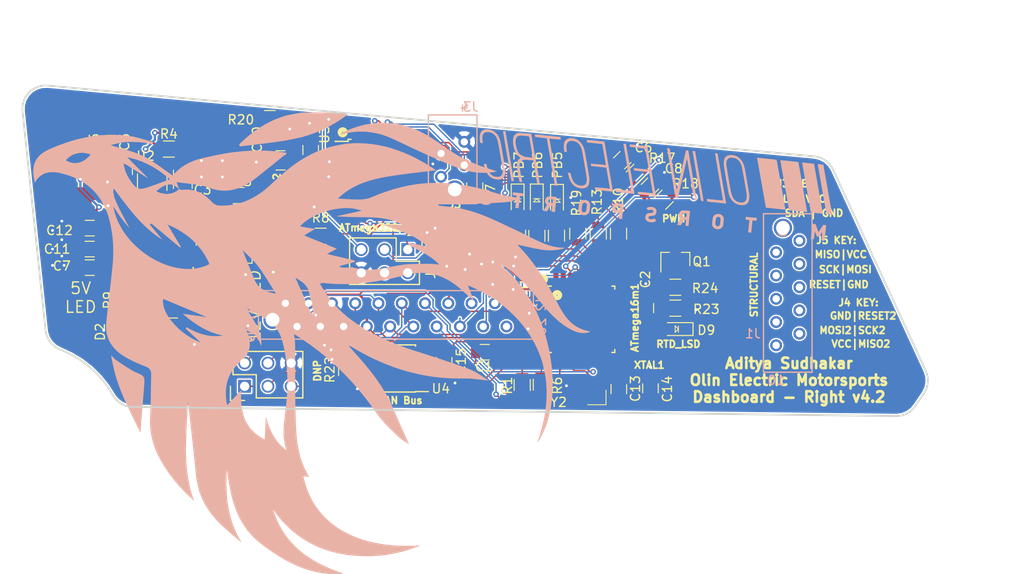
<source format=kicad_pcb>
(kicad_pcb (version 20171130) (host pcbnew 5.0.2-bee76a0~70~ubuntu18.04.1)
  (title_block (title "Dashboard Right") (rev 6.0) (company "Olin Electric Motorsports") (comment 1 "Aditya Sudhakar") (comment 2 "Updated 2/1/19"))
  (layers (0 F.Cu signal) (31 B.Cu signal) (34 B.Paste user) (35 F.Paste user) (36 B.SilkS user hide) (37 F.SilkS user) (38 B.Mask user) (39 F.Mask user hide) (44 Edge.Cuts user))
  (net 0 "")
  (net 1 GND)
  (net 2 VCC)
  (net 3 "Net-(D2-Pad2)")
  (net 4 /MISO)
  (net 5 /RXCAN)
  (net 6 /SCK)
  (net 7 /12V_Fused)
  (net 8 "Net-(C5-Pad1)")
  (net 9 "Net-(C5-Pad2)")
  (net 10 "Net-(C11-Pad1)")
  (net 11 "Net-(D1-Pad2)")
  (net 12 +12V)
  (net 13 "Net-(R3-Pad2)")
  (net 14 "Net-(R4-Pad1)")
  (net 15 "Net-(C2-Pad1)")
  (net 16 "Net-(C6-Pad1)")
  (net 17 "Net-(C8-Pad1)")
  (net 18 /XTAL1)
  (net 19 /XTAL2)
  (net 20 "Net-(C13-Pad1)")
  (net 21 "Net-(C14-Pad1)")
  (net 22 "Net-(D3-Pad2)")
  (net 23 "Net-(D4-Pad2)")
  (net 24 "Net-(D5-Pad2)")
  (net 25 "Net-(D6-Pad2)")
  (net 26 "Net-(D8-Pad2)")
  (net 27 /CANL)
  (net 28 /STR_POT_SENSE)
  (net 29 /CANH)
  (net 30 /MOSI)
  (net 31 /RESET)
  (net 32 /RJLED1)
  (net 33 /RJLED2)
  (net 34 /LED_START)
  (net 35 /LED_BMS)
  (net 36 /LED_IMD)
  (net 37 /START_BTN)
  (net 38 "Net-(J2-Pad20)")
  (net 39 /SCL)
  (net 40 /SDA)
  (net 41 /MISO_2)
  (net 42 /SCK_2)
  (net 43 /MOSI_2)
  (net 44 /RESET_2)
  (net 45 "Net-(R1-Pad2)")
  (net 46 "Net-(R6-Pad2)")
  (net 47 "Net-(R8-Pad2)")
  (net 48 "Net-(R10-Pad2)")
  (net 49 "Net-(R11-Pad2)")
  (net 50 "Net-(R13-Pad2)")
  (net 51 "Net-(R14-Pad1)")
  (net 52 "Net-(R15-Pad1)")
  (net 53 "Net-(R16-Pad1)")
  (net 54 /PWM_1)
  (net 55 /PWM_0)
  (net 56 "Net-(R19-Pad1)")
  (net 57 /TXCAN)
  (net 58 "Net-(U1-Pad14)")
  (net 59 "Net-(U1-Pad15)")
  (net 60 "Net-(U1-Pad16)")
  (net 61 "Net-(U1-Pad17)")
  (net 62 "Net-(U1-Pad20)")
  (net 63 "Net-(U1-Pad21)")
  (net 64 "Net-(U3-Pad32)")
  (net 65 "Net-(U3-Pad31)")
  (net 66 "Net-(U3-Pad30)")
  (net 67 "Net-(U3-Pad26)")
  (net 68 "Net-(U3-Pad25)")
  (net 69 "Net-(U3-Pad22)")
  (net 70 "Net-(U3-Pad20)")
  (net 71 "Net-(U3-Pad19)")
  (net 72 "Net-(U3-Pad14)")
  (net 73 "Net-(U3-Pad11)")
  (net 74 "Net-(U3-Pad2)")
  (net 75 "Net-(U3-Pad1)")
  (net 76 "Net-(U4-Pad5)")
  (net 77 "Net-(J1-Pad5)")
  (net 78 "Net-(J1-Pad3)")
  (net 79 "Net-(J1-Pad1)")
  (net 80 "Net-(J1-Pad7)")
  (net 81 "Net-(J1-Pad2)")
  (net 82 "Net-(J1-Pad4)")
  (net 83 "Net-(J1-Pad6)")
  (net 84 "Net-(J1-Pad8)")
  (net 85 "Net-(J1-Pad9)")
  (net 86 "Net-(J1-Pad10)")
  (net 87 /RTD_BUZZER)
  (net 88 "Net-(Q1-Pad1)")
  (net 89 "Net-(D9-Pad2)")
  (net 90 /INFO2)
  (net 91 /INFO1)
  (module footprints:SOIC-8_3.9x4.9mm_Pitch1.27mm_OEM (layer F.Cu) (at 121.508516 158.866054 180)
    (fp_text reference U4 (at -4.840793 -2.210267) (layer F.SilkS))
    (fp_text value CAN_Transceiver hide)
    (pad 8 smd rect (at 2.7 -1.905 180) (size 1.55 0.6) (layers F.Cu F.Paste F.Mask) (net 1 GND))
    (pad 7 smd rect (at 2.7 -0.635 180) (size 1.55 0.6) (layers F.Cu F.Paste F.Mask) (net 29 /CANH))
    (pad 6 smd rect (at 2.7 0.635 180) (size 1.55 0.6) (layers F.Cu F.Paste F.Mask) (net 27 /CANL))
    (pad 5 smd rect (at 2.7 1.905 180) (size 1.55 0.6) (layers F.Cu F.Paste F.Mask) (net 76 "Net-(U4-Pad5)"))
    (pad 4 smd rect (at -2.7 1.905 180) (size 1.55 0.6) (layers F.Cu F.Paste F.Mask) (net 5 /RXCAN))
    (pad 3 smd rect (at -2.7 0.635 180) (size 1.55 0.6) (layers F.Cu F.Paste F.Mask) (net 2 VCC))
    (pad 2 smd rect (at -2.7 -0.635 180) (size 1.55 0.6) (layers F.Cu F.Paste F.Mask) (net 1 GND))
    (pad 1 smd rect (at -2.7 -1.905 180) (size 1.55 0.6) (layers F.Cu F.Paste F.Mask) (net 57 /TXCAN))
  )
  (module footprints:Fuse_1210 (layer F.Cu) (at 101.124594 144.419499 90)
    (fp_text reference F1 (at -0.108387 2.279376 90) (layer F.SilkS))
    (fp_text value 500mA hide)
    (pad 2 smd rect (at 1.45 0 90) (size 0.9 2.5) (layers F.Cu F.Paste F.Mask) (net 7 /12V_Fused))
    (pad 1 smd rect (at -1.45 0 90) (size 0.9 2.5) (layers F.Cu F.Paste F.Mask) (net 12 +12V))
  )
  (module footprints:4.7uH_Inductor_OEM (layer F.Cu) (at 94.818596 145.1235 270)
    (fp_text reference L1 (at 3.2385 -5.1435) (layer F.SilkS))
    (fp_text value L_4.7uH hide)
    (pad 2 smd rect (at 2.35 0 270) (size 3.3 8.2) (layers F.Cu F.Paste F.Mask) (net 10 "Net-(C11-Pad1)"))
    (pad 1 smd rect (at -2.35 0 270) (size 3.3 8.2) (layers F.Cu F.Paste F.Mask) (net 9 "Net-(C5-Pad2)"))
  )
  (module footprints:SOT-23-6_OEM (layer F.Cu) (at 94.843996 138.519499 90)
    (fp_text reference U2 (at 2.8575 -0.7239) (layer F.SilkS))
    (fp_text value TPS561201 hide)
    (pad 5 smd rect (at 1.1 0 90) (size 1.06 0.65) (layers F.Cu F.Paste F.Mask) (net 13 "Net-(R3-Pad2)"))
    (pad 6 smd rect (at 1.1 -0.95 90) (size 1.06 0.65) (layers F.Cu F.Paste F.Mask) (net 8 "Net-(C5-Pad1)"))
    (pad 4 smd rect (at 1.1 0.95 90) (size 1.06 0.65) (layers F.Cu F.Paste F.Mask) (net 14 "Net-(R4-Pad1)"))
    (pad 3 smd rect (at -1.1 0.95 90) (size 1.06 0.65) (layers F.Cu F.Paste F.Mask) (net 7 /12V_Fused))
    (pad 2 smd rect (at -1.1 0 90) (size 1.06 0.65) (layers F.Cu F.Paste F.Mask) (net 9 "Net-(C5-Pad2)"))
    (pad 1 smd rect (at -1.1 -0.95 90) (size 1.06 0.65) (layers F.Cu F.Paste F.Mask) (net 1 GND))
  )
  (module footprints:C_1206_OEM (layer F.Cu) (at 98.184099 138.202001 90)
    (fp_text reference C3 (at -1.149367 2.156636) (layer F.SilkS))
    (fp_text value C_22uF hide)
    (pad 2 smd rect (at 1.5 0 90) (size 1 1.6) (layers F.Cu F.Paste F.Mask) (net 1 GND))
    (pad 1 smd rect (at -1.5 0 90) (size 1 1.6) (layers F.Cu F.Paste F.Mask) (net 7 /12V_Fused))
  )
  (module footprints:DO-214AA (layer F.Cu) (at 102.502094 152.172 270)
    (fp_text reference D7 (at 0.3 -2.25 270) (layer F.SilkS))
    (fp_text value D_Zener_18V hide)
    (pad 1 smd rect (at -2.032 0 90) (size 1.778 2.159) (layers F.Cu F.Paste F.Mask) (net 12 +12V))
    (pad 2 smd rect (at 2.032 0 90) (size 1.778 2.159) (layers F.Cu F.Paste F.Mask) (net 1 GND))
  )
  (module footprints:R_2512_OEM (layer F.Cu) (at 95.009097 151.536996 180)
    (fp_text reference R9 (at 4.953 0.127 90) (layer F.SilkS))
    (fp_text value R_0_Jumper hide)
    (pad 2 smd rect (at 3.1 0 180) (size 1 3.2) (layers F.Cu F.Paste F.Mask) (net 10 "Net-(C11-Pad1)"))
    (pad 1 smd rect (at -3.1 0 180) (size 1 3.2) (layers F.Cu F.Paste F.Mask) (net 2 VCC))
  )
  (module footprints:micromatch_female_vert_4 (layer B.Cu) (at 126.365 132.842)
    (fp_text reference J3 (at 3.23596 -2.54508 -180) (layer B.SilkS) (effects (justify mirror)))
    (fp_text value MM_F_VT_04 hide)
    (fp_text user 1 (at 0 8.89) (layer B.SilkS) (effects (justify mirror)))
    (fp_text user 4 (at 2.54 -2.54) (layer B.SilkS) (effects (justify mirror)))
    (pad 5 thru_hole circle (at 1.5 6.48) (size 2 2) (drill 1.5) (layers *.Cu *.Mask))
    (pad 4 thru_hole circle (at 2.54 1.27) (size 1.3 1.3) (drill 0.8) (layers *.Cu *.Mask) (net 1 GND))
    (pad 2 thru_hole circle (at 2.54 3.81) (size 1.3 1.3) (drill 0.8) (layers *.Cu *.Mask) (net 40 /SDA))
    (pad 1 thru_hole circle (at 0 5.08) (size 1.3 1.3) (drill 0.8) (layers *.Cu *.Mask) (net 39 /SCL))
    (pad 3 thru_hole circle (at 0 2.54) (size 1.3 1.3) (drill 0.8) (layers *.Cu *.Mask) (net 2 VCC))
  )
  (module footprints:Pin_Header_Straight_2x03 (layer F.Cu) (at 122.739969 145.879501 270)
    (fp_text reference J4 (at 2.34442 -2.4892 270) (layer F.SilkS))
    (fp_text value CONN_02X03 hide)
    (pad 6 thru_hole circle (at 2.54 5.08 270) (size 1.4 1.4) (drill 1.016) (layers *.Cu *.Mask) (net 1 GND))
    (pad 5 thru_hole circle (at 0 5.08 270) (size 1.4 1.4) (drill 1.016) (layers *.Cu *.Mask) (net 44 /RESET_2))
    (pad 4 thru_hole circle (at 2.54 2.54 270) (size 1.4 1.4) (drill 1.016) (layers *.Cu *.Mask) (net 43 /MOSI_2))
    (pad 3 thru_hole circle (at 0 2.54 270) (size 1.4 1.4) (drill 1.016) (layers *.Cu *.Mask) (net 42 /SCK_2))
    (pad 2 thru_hole circle (at 2.54 0 270) (size 1.4 1.4) (drill 1.016) (layers *.Cu *.Mask) (net 2 VCC))
    (pad 1 thru_hole rect (at 0 0 270) (size 1.4 1.4) (drill 1.016) (layers *.Cu *.Mask) (net 41 /MISO_2))
  )
  (module footprints:Pin_Header_Straight_2x03 (layer F.Cu) (at 104.93203 160.8147 90)
    (fp_text reference J5 (at 2.98196 -2.63906 90) (layer F.SilkS))
    (fp_text value CONN_02X03 hide)
    (pad 6 thru_hole circle (at 2.54 5.08 90) (size 1.4 1.4) (drill 1.016) (layers *.Cu *.Mask) (net 1 GND))
    (pad 5 thru_hole circle (at 0 5.08 90) (size 1.4 1.4) (drill 1.016) (layers *.Cu *.Mask) (net 31 /RESET))
    (pad 4 thru_hole circle (at 2.54 2.54 90) (size 1.4 1.4) (drill 1.016) (layers *.Cu *.Mask) (net 30 /MOSI))
    (pad 3 thru_hole circle (at 0 2.54 90) (size 1.4 1.4) (drill 1.016) (layers *.Cu *.Mask) (net 6 /SCK))
    (pad 2 thru_hole circle (at 2.54 0 90) (size 1.4 1.4) (drill 1.016) (layers *.Cu *.Mask) (net 2 VCC))
    (pad 1 thru_hole rect (at 0 0 90) (size 1.4 1.4) (drill 1.016) (layers *.Cu *.Mask) (net 4 /MISO))
  )
  (module footprints:TQFP-32_7x7mm_Pitch0.8mm (layer F.Cu) (at 141.706587 153.496853)
    (fp_text reference U1 (at -6.187837 -4.244495 90) (layer F.SilkS))
    (fp_text value ATMEGA16M1 hide)
    (pad 32 smd rect (at -2.8 -4.25 90) (size 1.6 0.55) (layers F.Cu F.Paste F.Mask) (net 90 /INFO2))
    (pad 31 smd rect (at -2 -4.25 90) (size 1.6 0.55) (layers F.Cu F.Paste F.Mask) (net 31 /RESET))
    (pad 30 smd rect (at -1.2 -4.25 90) (size 1.6 0.55) (layers F.Cu F.Paste F.Mask) (net 55 /PWM_0))
    (pad 29 smd rect (at -0.4 -4.25 90) (size 1.6 0.55) (layers F.Cu F.Paste F.Mask) (net 91 /INFO1))
    (pad 28 smd rect (at 0.4 -4.25 90) (size 1.6 0.55) (layers F.Cu F.Paste F.Mask) (net 53 "Net-(R16-Pad1)"))
    (pad 27 smd rect (at 1.2 -4.25 90) (size 1.6 0.55) (layers F.Cu F.Paste F.Mask) (net 52 "Net-(R15-Pad1)"))
    (pad 26 smd rect (at 2 -4.25 90) (size 1.6 0.55) (layers F.Cu F.Paste F.Mask) (net 51 "Net-(R14-Pad1)"))
    (pad 25 smd rect (at 2.8 -4.25 90) (size 1.6 0.55) (layers F.Cu F.Paste F.Mask) (net 56 "Net-(R19-Pad1)"))
    (pad 24 smd rect (at 4.25 -2.8) (size 1.6 0.55) (layers F.Cu F.Paste F.Mask) (net 50 "Net-(R13-Pad2)"))
    (pad 23 smd rect (at 4.25 -2) (size 1.6 0.55) (layers F.Cu F.Paste F.Mask) (net 48 "Net-(R10-Pad2)"))
    (pad 22 smd rect (at 4.25 -1.2) (size 1.6 0.55) (layers F.Cu F.Paste F.Mask) (net 37 /START_BTN))
    (pad 21 smd rect (at 4.25 -0.4) (size 1.6 0.55) (layers F.Cu F.Paste F.Mask) (net 63 "Net-(U1-Pad21)"))
    (pad 20 smd rect (at 4.25 0.4) (size 1.6 0.55) (layers F.Cu F.Paste F.Mask) (net 62 "Net-(U1-Pad20)"))
    (pad 19 smd rect (at 4.25 1.2) (size 1.6 0.55) (layers F.Cu F.Paste F.Mask) (net 15 "Net-(C2-Pad1)"))
    (pad 18 smd rect (at 4.25 2) (size 1.6 0.55) (layers F.Cu F.Paste F.Mask) (net 88 "Net-(Q1-Pad1)"))
    (pad 17 smd rect (at 4.25 2.8) (size 1.6 0.55) (layers F.Cu F.Paste F.Mask) (net 61 "Net-(U1-Pad17)"))
    (pad 16 smd rect (at 2.8 4.25 90) (size 1.6 0.55) (layers F.Cu F.Paste F.Mask) (net 60 "Net-(U1-Pad16)"))
    (pad 15 smd rect (at 2 4.25 90) (size 1.6 0.55) (layers F.Cu F.Paste F.Mask) (net 59 "Net-(U1-Pad15)"))
    (pad 14 smd rect (at 1.2 4.25 90) (size 1.6 0.55) (layers F.Cu F.Paste F.Mask) (net 58 "Net-(U1-Pad14)"))
    (pad 13 smd rect (at 0.4 4.25 90) (size 1.6 0.55) (layers F.Cu F.Paste F.Mask) (net 28 /STR_POT_SENSE))
    (pad 12 smd rect (at -0.4 4.25 90) (size 1.6 0.55) (layers F.Cu F.Paste F.Mask) (net 6 /SCK))
    (pad 11 smd rect (at -1.2 4.25 90) (size 1.6 0.55) (layers F.Cu F.Paste F.Mask) (net 20 "Net-(C13-Pad1)"))
    (pad 10 smd rect (at -2 4.25 90) (size 1.6 0.55) (layers F.Cu F.Paste F.Mask) (net 21 "Net-(C14-Pad1)"))
    (pad 9 smd rect (at -2.8 4.25 90) (size 1.6 0.55) (layers F.Cu F.Paste F.Mask) (net 46 "Net-(R6-Pad2)"))
    (pad 8 smd rect (at -4.25 2.8) (size 1.6 0.55) (layers F.Cu F.Paste F.Mask) (net 45 "Net-(R1-Pad2)"))
    (pad 7 smd rect (at -4.25 2) (size 1.6 0.55) (layers F.Cu F.Paste F.Mask) (net 5 /RXCAN))
    (pad 6 smd rect (at -4.25 1.2) (size 1.6 0.55) (layers F.Cu F.Paste F.Mask) (net 57 /TXCAN))
    (pad 5 smd rect (at -4.25 0.4) (size 1.6 0.55) (layers F.Cu F.Paste F.Mask) (net 1 GND))
    (pad 4 smd rect (at -4.25 -0.4) (size 1.6 0.55) (layers F.Cu F.Paste F.Mask) (net 2 VCC))
    (pad 3 smd rect (at -4.25 -1.2) (size 1.6 0.55) (layers F.Cu F.Paste F.Mask) (net 54 /PWM_1))
    (pad 2 smd rect (at -4.25 -2) (size 1.6 0.55) (layers F.Cu F.Paste F.Mask) (net 30 /MOSI))
    (pad 1 smd rect (at -4.25 -2.8) (size 1.6 0.55) (layers F.Cu F.Paste F.Mask) (net 4 /MISO))
  )
  (module footprints:TQFP-32_7x7mm_Pitch0.8mm (layer F.Cu) (at 119.849449 137.461941)
    (fp_text reference U3 (at -6.1976 -4.14782 90) (layer F.SilkS))
    (fp_text value ATmega328P-AU_FORMULA_MK4 hide)
    (pad 32 smd rect (at -2.8 -4.25 90) (size 1.6 0.55) (layers F.Cu F.Paste F.Mask) (net 64 "Net-(U3-Pad32)"))
    (pad 31 smd rect (at -2 -4.25 90) (size 1.6 0.55) (layers F.Cu F.Paste F.Mask) (net 65 "Net-(U3-Pad31)"))
    (pad 30 smd rect (at -1.2 -4.25 90) (size 1.6 0.55) (layers F.Cu F.Paste F.Mask) (net 66 "Net-(U3-Pad30)"))
    (pad 29 smd rect (at -0.4 -4.25 90) (size 1.6 0.55) (layers F.Cu F.Paste F.Mask) (net 44 /RESET_2))
    (pad 28 smd rect (at 0.4 -4.25 90) (size 1.6 0.55) (layers F.Cu F.Paste F.Mask) (net 39 /SCL))
    (pad 27 smd rect (at 1.2 -4.25 90) (size 1.6 0.55) (layers F.Cu F.Paste F.Mask) (net 40 /SDA))
    (pad 26 smd rect (at 2 -4.25 90) (size 1.6 0.55) (layers F.Cu F.Paste F.Mask) (net 67 "Net-(U3-Pad26)"))
    (pad 25 smd rect (at 2.8 -4.25 90) (size 1.6 0.55) (layers F.Cu F.Paste F.Mask) (net 68 "Net-(U3-Pad25)"))
    (pad 24 smd rect (at 4.25 -2.8) (size 1.6 0.55) (layers F.Cu F.Paste F.Mask) (net 16 "Net-(C6-Pad1)"))
    (pad 23 smd rect (at 4.25 -2) (size 1.6 0.55) (layers F.Cu F.Paste F.Mask) (net 17 "Net-(C8-Pad1)"))
    (pad 22 smd rect (at 4.25 -1.2) (size 1.6 0.55) (layers F.Cu F.Paste F.Mask) (net 69 "Net-(U3-Pad22)"))
    (pad 21 smd rect (at 4.25 -0.4) (size 1.6 0.55) (layers F.Cu F.Paste F.Mask) (net 1 GND))
    (pad 20 smd rect (at 4.25 0.4) (size 1.6 0.55) (layers F.Cu F.Paste F.Mask) (net 70 "Net-(U3-Pad20)"))
    (pad 19 smd rect (at 4.25 1.2) (size 1.6 0.55) (layers F.Cu F.Paste F.Mask) (net 71 "Net-(U3-Pad19)"))
    (pad 18 smd rect (at 4.25 2) (size 1.6 0.55) (layers F.Cu F.Paste F.Mask) (net 2 VCC))
    (pad 17 smd rect (at 4.25 2.8) (size 1.6 0.55) (layers F.Cu F.Paste F.Mask) (net 42 /SCK_2))
    (pad 16 smd rect (at 2.8 4.25 90) (size 1.6 0.55) (layers F.Cu F.Paste F.Mask) (net 41 /MISO_2))
    (pad 15 smd rect (at 2 4.25 90) (size 1.6 0.55) (layers F.Cu F.Paste F.Mask) (net 43 /MOSI_2))
    (pad 14 smd rect (at 1.2 4.25 90) (size 1.6 0.55) (layers F.Cu F.Paste F.Mask) (net 72 "Net-(U3-Pad14)"))
    (pad 13 smd rect (at 0.4 4.25 90) (size 1.6 0.55) (layers F.Cu F.Paste F.Mask) (net 49 "Net-(R11-Pad2)"))
    (pad 12 smd rect (at -0.4 4.25 90) (size 1.6 0.55) (layers F.Cu F.Paste F.Mask) (net 47 "Net-(R8-Pad2)"))
    (pad 11 smd rect (at -1.2 4.25 90) (size 1.6 0.55) (layers F.Cu F.Paste F.Mask) (net 73 "Net-(U3-Pad11)"))
    (pad 10 smd rect (at -2 4.25 90) (size 1.6 0.55) (layers F.Cu F.Paste F.Mask) (net 90 /INFO2))
    (pad 9 smd rect (at -2.8 4.25 90) (size 1.6 0.55) (layers F.Cu F.Paste F.Mask) (net 91 /INFO1))
    (pad 8 smd rect (at -4.25 2.8) (size 1.6 0.55) (layers F.Cu F.Paste F.Mask) (net 19 /XTAL2))
    (pad 7 smd rect (at -4.25 2) (size 1.6 0.55) (layers F.Cu F.Paste F.Mask) (net 18 /XTAL1))
    (pad 6 smd rect (at -4.25 1.2) (size 1.6 0.55) (layers F.Cu F.Paste F.Mask) (net 2 VCC))
    (pad 5 smd rect (at -4.25 0.4) (size 1.6 0.55) (layers F.Cu F.Paste F.Mask) (net 1 GND))
    (pad 4 smd rect (at -4.25 -0.4) (size 1.6 0.55) (layers F.Cu F.Paste F.Mask) (net 2 VCC))
    (pad 3 smd rect (at -4.25 -1.2) (size 1.6 0.55) (layers F.Cu F.Paste F.Mask) (net 1 GND))
    (pad 2 smd rect (at -4.25 -2) (size 1.6 0.55) (layers F.Cu F.Paste F.Mask) (net 74 "Net-(U3-Pad2)"))
    (pad 1 smd rect (at -4.25 -2.8) (size 1.6 0.55) (layers F.Cu F.Paste F.Mask) (net 75 "Net-(U3-Pad1)"))
  )
  (module footprints:Crystal_SMD_FA238 (layer F.Cu) (at 111.125 139.065 180)
    (fp_text reference Y1 (at -0.254 -2.413) (layer F.SilkS))
    (fp_text value Crystal_SMD hide)
    (pad 4 smd rect (at -1.1 -0.8 180) (size 1.4 1.2) (layers F.Cu F.Mask) (net 1 GND))
    (pad 3 smd rect (at 1.1 -0.8 180) (size 1.4 1.2) (layers F.Cu F.Mask) (net 19 /XTAL2))
    (pad 2 smd rect (at 1.1 0.8 180) (size 1.4 1.2) (layers F.Cu F.Mask) (net 1 GND))
    (pad 1 smd rect (at -1.1 0.8 180) (size 1.4 1.2) (layers F.Cu F.Mask) (net 18 /XTAL1))
  )
  (module footprints:Crystal_SMD_FA238 (layer F.Cu) (at 142.373812 161.232579 180)
    (fp_text reference Y2 (at 3.181812 -1.327421 180) (layer F.SilkS))
    (fp_text value Crystal_SMD hide)
    (pad 4 smd rect (at -1.1 -0.8 180) (size 1.4 1.2) (layers F.Cu F.Mask) (net 1 GND))
    (pad 3 smd rect (at 1.1 -0.8 180) (size 1.4 1.2) (layers F.Cu F.Mask) (net 21 "Net-(C14-Pad1)"))
    (pad 2 smd rect (at 1.1 0.8 180) (size 1.4 1.2) (layers F.Cu F.Mask) (net 1 GND))
    (pad 1 smd rect (at -1.1 0.8 180) (size 1.4 1.2) (layers F.Cu F.Mask) (net 20 "Net-(C13-Pad1)"))
  )
  (module footprints:micromatch_female_vert_10 (layer B.Cu) (at 165.481 149.987 180)
    (fp_text reference J1 (at 5.08 -5.08 180) (layer B.SilkS) (effects (justify mirror)))
    (fp_text value MM_F_VT_10 hide)
    (fp_text user 1 (at 0 8.89 180) (layer B.SilkS) (effects (justify mirror)))
    (fp_text user 10 (at 2.54 -10.16 180) (layer B.SilkS) (effects (justify mirror)))
    (pad 11 thru_hole circle (at 1.8 6.48 180) (size 2 2) (drill 1.5) (layers *.Cu *.Mask))
    (pad 10 thru_hole circle (at 2.54 -6.35 180) (size 1.3 1.3) (drill 0.8) (layers *.Cu *.Mask) (net 86 "Net-(J1-Pad10)"))
    (pad 9 thru_hole circle (at 0 -5.08 180) (size 1.3 1.3) (drill 0.8) (layers *.Cu *.Mask) (net 85 "Net-(J1-Pad9)"))
    (pad 8 thru_hole circle (at 2.54 -3.81 180) (size 1.3 1.3) (drill 0.8) (layers *.Cu *.Mask) (net 84 "Net-(J1-Pad8)"))
    (pad 6 thru_hole circle (at 2.54 -1.27 180) (size 1.3 1.3) (drill 0.8) (layers *.Cu *.Mask) (net 83 "Net-(J1-Pad6)"))
    (pad 4 thru_hole circle (at 2.54 1.27 180) (size 1.3 1.3) (drill 0.8) (layers *.Cu *.Mask) (net 82 "Net-(J1-Pad4)"))
    (pad 2 thru_hole circle (at 2.54 3.81 180) (size 1.3 1.3) (drill 0.8) (layers *.Cu *.Mask) (net 81 "Net-(J1-Pad2)"))
    (pad 7 thru_hole circle (at 0 -2.54 180) (size 1.3 1.3) (drill 0.8) (layers *.Cu *.Mask) (net 80 "Net-(J1-Pad7)"))
    (pad 1 thru_hole circle (at 0 5.08 180) (size 1.3 1.3) (drill 0.8) (layers *.Cu *.Mask) (net 79 "Net-(J1-Pad1)"))
    (pad 3 thru_hole circle (at 0 2.54 180) (size 1.3 1.3) (drill 0.8) (layers *.Cu *.Mask) (net 78 "Net-(J1-Pad3)"))
    (pad 5 thru_hole circle (at 0 0 180) (size 1.3 1.3) (drill 0.8) (layers *.Cu *.Mask) (net 77 "Net-(J1-Pad5)"))
  )
  (module footprints:micromatch_female_vert_20 (layer B.Cu) (at 114.45957 151.74436 270)
    (fp_text reference J2 (at 0.0381 -22.82444 270) (layer B.SilkS) (effects (justify mirror)))
    (fp_text value MM_F_VT_20 hide)
    (fp_text user 20 (at 2.54 -22.86 270) (layer B.SilkS) (effects (justify mirror)))
    (fp_text user 1 (at -1.92786 5.61848 270) (layer B.SilkS) (effects (justify mirror)))
    (pad 5 thru_hole circle (at 0 0 270) (size 1.3 1.3) (drill 0.8) (layers *.Cu *.Mask) (net 1 GND))
    (pad 3 thru_hole circle (at 0 2.54 270) (size 1.3 1.3) (drill 0.8) (layers *.Cu *.Mask) (net 2 VCC))
    (pad 1 thru_hole circle (at 0 5.08 270) (size 1.3 1.3) (drill 0.8) (layers *.Cu *.Mask) (net 1 GND))
    (pad 7 thru_hole circle (at 0 -2.54 270) (size 1.3 1.3) (drill 0.8) (layers *.Cu *.Mask) (net 27 /CANL))
    (pad 2 thru_hole circle (at 2.54 3.81 270) (size 1.3 1.3) (drill 0.8) (layers *.Cu *.Mask) (net 12 +12V))
    (pad 4 thru_hole circle (at 2.54 1.27 270) (size 1.3 1.3) (drill 0.8) (layers *.Cu *.Mask) (net 28 /STR_POT_SENSE))
    (pad 6 thru_hole circle (at 2.54 -1.27 270) (size 1.3 1.3) (drill 0.8) (layers *.Cu *.Mask) (net 29 /CANH))
    (pad 8 thru_hole circle (at 2.54 -3.81 270) (size 1.3 1.3) (drill 0.8) (layers *.Cu *.Mask) (net 2 VCC))
    (pad 9 thru_hole circle (at 0 -5.08 270) (size 1.3 1.3) (drill 0.8) (layers *.Cu *.Mask) (net 30 /MOSI))
    (pad 10 thru_hole circle (at 2.54 -6.35 270) (size 1.3 1.3) (drill 0.8) (layers *.Cu *.Mask) (net 4 /MISO))
    (pad 11 thru_hole circle (at 0 -7.62 270) (size 1.3 1.3) (drill 0.8) (layers *.Cu *.Mask) (net 6 /SCK))
    (pad 12 thru_hole circle (at 2.54 -8.89 270) (size 1.3 1.3) (drill 0.8) (layers *.Cu *.Mask) (net 31 /RESET))
    (pad 13 thru_hole circle (at 0 -10.16 270) (size 1.3 1.3) (drill 0.8) (layers *.Cu *.Mask) (net 32 /RJLED1))
    (pad 14 thru_hole circle (at 2.54 -11.43 270) (size 1.3 1.3) (drill 0.8) (layers *.Cu *.Mask) (net 33 /RJLED2))
    (pad 15 thru_hole circle (at 0 -12.7 270) (size 1.3 1.3) (drill 0.8) (layers *.Cu *.Mask) (net 34 /LED_START))
    (pad 16 thru_hole circle (at 2.54 -13.97 270) (size 1.3 1.3) (drill 0.8) (layers *.Cu *.Mask) (net 35 /LED_BMS))
    (pad 17 thru_hole circle (at 0 -15.24 270) (size 1.3 1.3) (drill 0.8) (layers *.Cu *.Mask) (net 36 /LED_IMD))
    (pad 18 thru_hole circle (at 2.54 -16.51 270) (size 1.3 1.3) (drill 0.8) (layers *.Cu *.Mask) (net 37 /START_BTN))
    (pad 19 thru_hole circle (at 0 -17.78 270) (size 1.3 1.3) (drill 0.8) (layers *.Cu *.Mask) (net 87 /RTD_BUZZER))
    (pad 20 thru_hole circle (at 2.54 -19.05 270) (size 1.3 1.3) (drill 0.8) (layers *.Cu *.Mask) (net 38 "Net-(J2-Pad20)"))
    (pad 21 thru_hole circle (at 1.8 6.48 270) (size 2 2) (drill 1.5) (layers *.Cu *.Mask))
  )
  (module footprints:C_0805_OEM (layer F.Cu) (at 91.834101 137.185998 270)
    (fp_text reference C5 (at -3.048 0 90) (layer F.SilkS))
    (fp_text value C_0.1uF hide)
    (pad 1 smd rect (at -1 0 270) (size 1 1.25) (layers F.Cu F.Paste F.Mask) (net 8 "Net-(C5-Pad1)"))
    (pad 2 smd rect (at 1 0 270) (size 1 1.25) (layers F.Cu F.Paste F.Mask) (net 9 "Net-(C5-Pad2)"))
  )
  (module footprints:C_0805_OEM (layer F.Cu) (at 88.024096 145.821998 180)
    (fp_text reference C11 (at 3.556 0 180) (layer F.SilkS))
    (fp_text value C_1uF hide)
    (pad 1 smd rect (at -1 0 180) (size 1 1.25) (layers F.Cu F.Paste F.Mask) (net 10 "Net-(C11-Pad1)"))
    (pad 2 smd rect (at 1 0 180) (size 1 1.25) (layers F.Cu F.Paste F.Mask) (net 1 GND))
  )
  (module footprints:C_0805_OEM (layer F.Cu) (at 88.024098 143.535998 180)
    (fp_text reference C12 (at 3.302 -0.254 180) (layer F.SilkS))
    (fp_text value C_47uF hide)
    (pad 1 smd rect (at -1 0 180) (size 1 1.25) (layers F.Cu F.Paste F.Mask) (net 10 "Net-(C11-Pad1)"))
    (pad 2 smd rect (at 1 0 180) (size 1 1.25) (layers F.Cu F.Paste F.Mask) (net 1 GND))
  )
  (module footprints:LED_0805_OEM (layer F.Cu) (at 92.342098 154.711999)
    (fp_text reference D2 (at -3.172285 0.163847 90) (layer F.SilkS))
    (fp_text value LED_0805 hide)
    (pad 2 smd rect (at 1.1 0 180) (size 1.2 1.2) (layers F.Cu F.Paste F.Mask) (net 3 "Net-(D2-Pad2)"))
    (pad 1 smd rect (at -1.1 0 180) (size 1.2 1.2) (layers F.Cu F.Paste F.Mask) (net 1 GND))
  )
  (module footprints:R_0805_OEM (layer F.Cu) (at 104.280098 142.012002)
    (fp_text reference R2 (at 2.272902 -0.153002 90) (layer F.SilkS))
    (fp_text value R_1k hide)
    (pad 1 smd rect (at -0.95 0) (size 0.7 1.3) (layers F.Cu F.Paste F.Mask) (net 7 /12V_Fused))
    (pad 2 smd rect (at 0.95 0) (size 0.7 1.3) (layers F.Cu F.Paste F.Mask) (net 11 "Net-(D1-Pad2)"))
  )
  (module footprints:R_0805_OEM (layer F.Cu) (at 104.280096 139.979997)
    (fp_text reference R3 (at 0.494904 -1.549997) (layer F.SilkS))
    (fp_text value R_10k hide)
    (pad 1 smd rect (at -0.95 0) (size 0.7 1.3) (layers F.Cu F.Paste F.Mask) (net 7 /12V_Fused))
    (pad 2 smd rect (at 0.95 0) (size 0.7 1.3) (layers F.Cu F.Paste F.Mask) (net 13 "Net-(R3-Pad2)"))
  )
  (module footprints:R_0805_OEM (layer F.Cu) (at 96.406096 154.712001 180)
    (fp_text reference R12 (at 0 -1.65 180) (layer F.SilkS))
    (fp_text value R_200 hide)
    (pad 1 smd rect (at -0.95 0 180) (size 0.7 1.3) (layers F.Cu F.Paste F.Mask) (net 2 VCC))
    (pad 2 smd rect (at 0.95 0 180) (size 0.7 1.3) (layers F.Cu F.Paste F.Mask) (net 3 "Net-(D2-Pad2)"))
  )
  (module footprints:C_0805_OEM (layer F.Cu) (at 88.024099 147.854 180)
    (fp_text reference C7 (at 3.052 0.183 180) (layer F.SilkS))
    (fp_text value C_0.1uF hide)
    (pad 1 smd rect (at -1 0 180) (size 1 1.25) (layers F.Cu F.Paste F.Mask) (net 10 "Net-(C11-Pad1)"))
    (pad 2 smd rect (at 1 0 180) (size 1 1.25) (layers F.Cu F.Paste F.Mask) (net 1 GND))
  )
  (module footprints:LED_0805_OEM (layer F.Cu) (at 105.042095 145.567996 90)
    (fp_text reference D1 (at 0.051396 1.587105 90) (layer F.SilkS))
    (fp_text value LED_0805 hide)
    (pad 2 smd rect (at 1.1 0 270) (size 1.2 1.2) (layers F.Cu F.Paste F.Mask) (net 11 "Net-(D1-Pad2)"))
    (pad 1 smd rect (at -1.1 0 270) (size 1.2 1.2) (layers F.Cu F.Paste F.Mask) (net 1 GND))
  )
  (module footprints:R_0805_OEM (layer F.Cu) (at 96.660095 134.900001)
    (fp_text reference R4 (at 0 -1.65) (layer F.SilkS))
    (fp_text value R_10k hide)
    (pad 1 smd rect (at -0.95 0) (size 0.7 1.3) (layers F.Cu F.Paste F.Mask) (net 14 "Net-(R4-Pad1)"))
    (pad 2 smd rect (at 0.95 0) (size 0.7 1.3) (layers F.Cu F.Paste F.Mask) (net 1 GND))
  )
  (module footprints:R_0805_OEM (layer F.Cu) (at 88.532094 136.932001 270)
    (fp_text reference R5 (at -2.794 0 270) (layer F.SilkS))
    (fp_text value R_51.1k hide)
    (pad 1 smd rect (at -0.95 0 270) (size 0.7 1.3) (layers F.Cu F.Paste F.Mask) (net 14 "Net-(R4-Pad1)"))
    (pad 2 smd rect (at 0.95 0 270) (size 0.7 1.3) (layers F.Cu F.Paste F.Mask) (net 10 "Net-(C11-Pad1)"))
  )
  (module footprints:C_0805_OEM (layer F.Cu) (at 131.14229 157.093601 180)
    (fp_text reference C1 (at 0.08636 -1.58496) (layer F.SilkS))
    (fp_text value C_0.1uF hide)
    (pad 1 smd rect (at -1 0 180) (size 1 1.25) (layers F.Cu F.Paste F.Mask) (net 2 VCC))
    (pad 2 smd rect (at 1 0 180) (size 1 1.25) (layers F.Cu F.Paste F.Mask) (net 1 GND))
  )
  (module footprints:C_0805_OEM (layer F.Cu) (at 148.717 152.273 90)
    (fp_text reference C2 (at 3.135329 -0.04626 90) (layer F.SilkS))
    (fp_text value C_100pF hide)
    (pad 2 smd rect (at 1 0 90) (size 1 1.25) (layers F.Cu F.Paste F.Mask) (net 1 GND))
    (pad 1 smd rect (at -1 0 90) (size 1 1.25) (layers F.Cu F.Paste F.Mask) (net 15 "Net-(C2-Pad1)"))
  )
  (module footprints:C_0805_OEM (layer F.Cu) (at 112.141 135.001 90)
    (fp_text reference C4 (at 2.897821 -0.07575 90) (layer F.SilkS))
    (fp_text value C_0.1uF hide)
    (pad 2 smd rect (at 1 0 90) (size 1 1.25) (layers F.Cu F.Paste F.Mask) (net 1 GND))
    (pad 1 smd rect (at -1 0 90) (size 1 1.25) (layers F.Cu F.Paste F.Mask) (net 2 VCC))
  )
  (module footprints:C_0805_OEM (layer F.Cu) (at 146.150474 136.117375 45)
    (fp_text reference C6 (at 2.604204 0.666201 -180) (layer F.SilkS))
    (fp_text value C_0.1uF hide)
    (pad 2 smd rect (at 1 0 45) (size 1 1.25) (layers F.Cu F.Paste F.Mask) (net 1 GND))
    (pad 1 smd rect (at -1 0 45) (size 1 1.25) (layers F.Cu F.Paste F.Mask) (net 16 "Net-(C6-Pad1)"))
  )
  (module footprints:C_0805_OEM (layer F.Cu) (at 149.173654 139.010738 45)
    (fp_text reference C8 (at 3.23083 0.433886 180) (layer F.SilkS))
    (fp_text value C_0.1uF hide)
    (pad 1 smd rect (at -1 0 45) (size 1 1.25) (layers F.Cu F.Paste F.Mask) (net 17 "Net-(C8-Pad1)"))
    (pad 2 smd rect (at 1 0 45) (size 1 1.25) (layers F.Cu F.Paste F.Mask) (net 1 GND))
  )
  (module footprints:C_0805_OEM (layer F.Cu) (at 108.86756 136.336618 180)
    (fp_text reference C9 (at 2.44156 0.065618 270) (layer F.SilkS))
    (fp_text value C_30pF hide)
    (pad 2 smd rect (at 1 0 180) (size 1 1.25) (layers F.Cu F.Paste F.Mask) (net 1 GND))
    (pad 1 smd rect (at -1 0 180) (size 1 1.25) (layers F.Cu F.Paste F.Mask) (net 18 /XTAL1))
  )
  (module footprints:C_0805_OEM (layer F.Cu) (at 108.839 134.239)
    (fp_text reference C10 (at -2.54 -0.381 90) (layer F.SilkS))
    (fp_text value C_30pF hide)
    (pad 1 smd rect (at -1 0) (size 1 1.25) (layers F.Cu F.Paste F.Mask) (net 19 /XTAL2))
    (pad 2 smd rect (at 1 0) (size 1 1.25) (layers F.Cu F.Paste F.Mask) (net 1 GND))
  )
  (module footprints:C_0805_OEM (layer F.Cu) (at 145.771154 161.123336 270)
    (fp_text reference C13 (at -0.054128 -1.804387 90) (layer F.SilkS))
    (fp_text value C_30pF hide)
    (pad 2 smd rect (at 1 0 270) (size 1 1.25) (layers F.Cu F.Paste F.Mask) (net 1 GND))
    (pad 1 smd rect (at -1 0 270) (size 1 1.25) (layers F.Cu F.Paste F.Mask) (net 20 "Net-(C13-Pad1)"))
  )
  (module footprints:C_0805_OEM (layer F.Cu) (at 149.225 161.036 90)
    (fp_text reference C14 (at -0.078028 1.834181 90) (layer F.SilkS))
    (fp_text value C_30pF hide)
    (pad 2 smd rect (at 1 0 90) (size 1 1.25) (layers F.Cu F.Paste F.Mask) (net 1 GND))
    (pad 1 smd rect (at -1 0 90) (size 1 1.25) (layers F.Cu F.Paste F.Mask) (net 21 "Net-(C14-Pad1)"))
  )
  (module footprints:C_0805_OEM (layer F.Cu) (at 126.705359 158.154855 270)
    (fp_text reference C15 (at -0.080814 -1.856292 270) (layer F.SilkS))
    (fp_text value C_0.1uF hide)
    (pad 2 smd rect (at 1 0 270) (size 1 1.25) (layers F.Cu F.Paste F.Mask) (net 1 GND))
    (pad 1 smd rect (at -1 0 270) (size 1 1.25) (layers F.Cu F.Paste F.Mask) (net 2 VCC))
  )
  (module formula:LED_0805_OEM (layer F.Cu) (at 109.178077 144.351081)
    (fp_text reference PB1 (at -0.011417 -1.656421) (layer F.SilkS))
    (fp_text value LED hide)
    (pad 1 smd rect (at -1.099999 0 180) (size 1.2 1.2) (layers F.Cu F.Paste F.Mask) (net 1 GND))
    (pad 2 smd rect (at 1.099999 0 180) (size 1.2 1.2) (layers F.Cu F.Paste F.Mask) (net 22 "Net-(D3-Pad2)"))
  )
  (module formula:LED_0805_OEM (layer F.Cu) (at 109.178079 146.520713)
    (fp_text reference PB0 (at -0.011419 1.825447) (layer F.SilkS))
    (fp_text value LED hide)
    (pad 2 smd rect (at 1.099999 0 180) (size 1.2 1.2) (layers F.Cu F.Paste F.Mask) (net 23 "Net-(D4-Pad2)"))
    (pad 1 smd rect (at -1.099999 0 180) (size 1.2 1.2) (layers F.Cu F.Paste F.Mask) (net 1 GND))
  )
  (module formula:LED_0805_OEM (layer F.Cu) (at 139.021121 140.562847 270)
    (fp_text reference PB5 (at -3.910847 -0.043879 270) (layer F.SilkS))
    (fp_text value LED hide)
    (pad 1 smd rect (at -1.099999 0 90) (size 1.2 1.2) (layers F.Cu F.Paste F.Mask) (net 1 GND))
    (pad 2 smd rect (at 1.099999 0 90) (size 1.2 1.2) (layers F.Cu F.Paste F.Mask) (net 24 "Net-(D5-Pad2)"))
  )
  (module formula:LED_0805_OEM (layer F.Cu) (at 136.815571 140.523332 270)
    (fp_text reference PB6 (at -3.871332 -0.090429 90) (layer F.SilkS))
    (fp_text value LED hide)
    (pad 2 smd rect (at 1.099999 0 90) (size 1.2 1.2) (layers F.Cu F.Paste F.Mask) (net 25 "Net-(D6-Pad2)"))
    (pad 1 smd rect (at -1.099999 0 90) (size 1.2 1.2) (layers F.Cu F.Paste F.Mask) (net 1 GND))
  )
  (module formula:LED_0805_OEM (layer F.Cu) (at 134.726762 140.52513 270)
    (fp_text reference PB7 (at -3.87313 -0.147238 270) (layer F.SilkS))
    (fp_text value LED hide)
    (pad 1 smd rect (at -1.099999 0 90) (size 1.2 1.2) (layers F.Cu F.Paste F.Mask) (net 1 GND))
    (pad 2 smd rect (at 1.099999 0 90) (size 1.2 1.2) (layers F.Cu F.Paste F.Mask) (net 26 "Net-(D8-Pad2)"))
  )
  (module footprints:R_0805_OEM (layer F.Cu) (at 135.224713 160.678577 90)
    (fp_text reference R1 (at -0.057703 -1.610553 90) (layer F.SilkS))
    (fp_text value R_200 hide)
    (pad 1 smd rect (at -0.949999 0 90) (size 0.7 1.3) (layers F.Cu F.Paste F.Mask) (net 32 /RJLED1))
    (pad 2 smd rect (at 0.949999 0 90) (size 0.7 1.3) (layers F.Cu F.Paste F.Mask) (net 45 "Net-(R1-Pad2)"))
  )
  (module footprints:R_0805_OEM (layer F.Cu) (at 137.315315 160.635473 90)
    (fp_text reference R6 (at -0.100807 1.742065 90) (layer F.SilkS))
    (fp_text value R_200 hide)
    (pad 2 smd rect (at 0.949999 0 90) (size 0.7 1.3) (layers F.Cu F.Paste F.Mask) (net 46 "Net-(R6-Pad2)"))
    (pad 1 smd rect (at -0.949999 0 90) (size 0.7 1.3) (layers F.Cu F.Paste F.Mask) (net 33 /RJLED2))
  )
  (module footprints:R_0805_OEM (layer F.Cu) (at 130.048 139.186038 90)
    (fp_text reference R7 (at -0.493324 1.7149 90) (layer F.SilkS))
    (fp_text value R_100 hide)
    (pad 1 smd rect (at -0.95 0 90) (size 0.7 1.3) (layers F.Cu F.Paste F.Mask) (net 2 VCC))
    (pad 2 smd rect (at 0.95 0 90) (size 0.7 1.3) (layers F.Cu F.Paste F.Mask) (net 15 "Net-(C2-Pad1)"))
  )
  (module footprints:R_0805_OEM (layer F.Cu) (at 113.213804 144.428313)
    (fp_text reference R8 (at 0.019757 -2.016966) (layer F.SilkS))
    (fp_text value R_200 hide)
    (pad 2 smd rect (at 0.949999 0) (size 0.7 1.3) (layers F.Cu F.Paste F.Mask) (net 47 "Net-(R8-Pad2)"))
    (pad 1 smd rect (at -0.949999 0) (size 0.7 1.3) (layers F.Cu F.Paste F.Mask) (net 22 "Net-(D3-Pad2)"))
  )
  (module footprints:R_0805_OEM (layer F.Cu) (at 145.739286 144.139034 270)
    (fp_text reference R10 (at -3.585913 0.027557 270) (layer F.SilkS))
    (fp_text value R_200 hide)
    (pad 2 smd rect (at 0.949999 0 270) (size 0.7 1.3) (layers F.Cu F.Paste F.Mask) (net 48 "Net-(R10-Pad2)"))
    (pad 1 smd rect (at -0.949999 0 270) (size 0.7 1.3) (layers F.Cu F.Paste F.Mask) (net 36 /LED_IMD))
  )
  (module footprints:R_0805_OEM (layer F.Cu) (at 113.224581 146.536878)
    (fp_text reference R11 (at -0.001991 1.552423) (layer F.SilkS))
    (fp_text value R_200 hide)
    (pad 1 smd rect (at -0.949999 0) (size 0.7 1.3) (layers F.Cu F.Paste F.Mask) (net 23 "Net-(D4-Pad2)"))
    (pad 2 smd rect (at 0.949999 0) (size 0.7 1.3) (layers F.Cu F.Paste F.Mask) (net 49 "Net-(R11-Pad2)"))
  )
  (module footprints:R_0805_OEM (layer F.Cu) (at 143.522959 144.142624 270)
    (fp_text reference R13 (at -3.457424 0.13279 270) (layer F.SilkS))
    (fp_text value R_200 hide)
    (pad 2 smd rect (at 0.949999 0 270) (size 0.7 1.3) (layers F.Cu F.Paste F.Mask) (net 50 "Net-(R13-Pad2)"))
    (pad 1 smd rect (at -0.949999 0 270) (size 0.7 1.3) (layers F.Cu F.Paste F.Mask) (net 34 /LED_START))
  )
  (module footprints:R_0805_OEM (layer F.Cu) (at 138.965582 144.360982 90)
    (fp_text reference R14 hide)
    (fp_text value R_200 hide)
    (pad 2 smd rect (at 0.949999 0 90) (size 0.7 1.3) (layers F.Cu F.Paste F.Mask) (net 24 "Net-(D5-Pad2)"))
    (pad 1 smd rect (at -0.949999 0 90) (size 0.7 1.3) (layers F.Cu F.Paste F.Mask) (net 51 "Net-(R14-Pad1)"))
  )
  (module footprints:R_0805_OEM (layer F.Cu) (at 136.824434 144.37322 90)
    (fp_text reference R15 hide)
    (fp_text value R_200 hide)
    (pad 1 smd rect (at -0.949999 0 90) (size 0.7 1.3) (layers F.Cu F.Paste F.Mask) (net 52 "Net-(R15-Pad1)"))
    (pad 2 smd rect (at 0.949999 0 90) (size 0.7 1.3) (layers F.Cu F.Paste F.Mask) (net 25 "Net-(D6-Pad2)"))
  )
  (module footprints:R_0805_OEM (layer F.Cu) (at 134.716128 144.350206 90)
    (fp_text reference R16 hide)
    (fp_text value R_200 hide)
    (pad 1 smd rect (at -0.949999 0 90) (size 0.7 1.3) (layers F.Cu F.Paste F.Mask) (net 53 "Net-(R16-Pad1)"))
    (pad 2 smd rect (at 0.949999 0 90) (size 0.7 1.3) (layers F.Cu F.Paste F.Mask) (net 26 "Net-(D8-Pad2)"))
  )
  (module footprints:R_0805_OEM (layer F.Cu) (at 147.618593 137.600733 225)
    (fp_text reference R17 (at -3.243598 -0.824256) (layer F.SilkS))
    (fp_text value R_100K hide)
    (pad 2 smd rect (at 0.949999 0 225) (size 0.7 1.3) (layers F.Cu F.Paste F.Mask) (net 16 "Net-(C6-Pad1)"))
    (pad 1 smd rect (at -0.949999 0 225) (size 0.7 1.3) (layers F.Cu F.Paste F.Mask) (net 54 /PWM_1))
  )
  (module footprints:R_0805_OEM (layer F.Cu) (at 150.681833 140.435375 225)
    (fp_text reference R18 (at -2.902349 -0.425531) (layer F.SilkS))
    (fp_text value R_100K hide)
    (pad 1 smd rect (at -0.949999 0 225) (size 0.7 1.3) (layers F.Cu F.Paste F.Mask) (net 55 /PWM_0))
    (pad 2 smd rect (at 0.949999 0 225) (size 0.7 1.3) (layers F.Cu F.Paste F.Mask) (net 17 "Net-(C8-Pad1)"))
  )
  (module footprints:R_0805_OEM (layer F.Cu) (at 141.295855 144.135442 90)
    (fp_text reference R19 (at 3.343561 -0.145965 90) (layer F.SilkS))
    (fp_text value R_200 hide)
    (pad 2 smd rect (at 0.949999 0 90) (size 0.7 1.3) (layers F.Cu F.Paste F.Mask) (net 35 /LED_BMS))
    (pad 1 smd rect (at -0.949999 0 90) (size 0.7 1.3) (layers F.Cu F.Paste F.Mask) (net 56 "Net-(R19-Pad1)"))
  )
  (module footprints:R_0805_OEM (layer F.Cu) (at 107.696 131.572)
    (fp_text reference R20 (at -3.175 0.127) (layer F.SilkS))
    (fp_text value R_10K hide)
    (pad 2 smd rect (at 0.949999 0) (size 0.7 1.3) (layers F.Cu F.Paste F.Mask) (net 2 VCC))
    (pad 1 smd rect (at -0.949999 0) (size 0.7 1.3) (layers F.Cu F.Paste F.Mask) (net 44 /RESET_2))
  )
  (module footprints:R_0805_OEM (layer F.Cu) (at 129.719891 144.09896 270)
    (fp_text reference R21 (at 0 -1.74752 270) (layer F.SilkS))
    (fp_text value R_10k hide)
    (pad 2 smd rect (at 0.949999 0 270) (size 0.7 1.3) (layers F.Cu F.Paste F.Mask) (net 2 VCC))
    (pad 1 smd rect (at -0.949999 0 270) (size 0.7 1.3) (layers F.Cu F.Paste F.Mask) (net 31 /RESET))
  )
  (module footprints:R_0805_OEM (layer F.Cu) (at 116.065297 159.061633 90)
    (fp_text reference R22 (at 0.052873 -1.834327 90) (layer F.SilkS))
    (fp_text value R_120 hide)
    (pad 1 smd rect (at -0.949999 0 90) (size 0.7 1.3) (layers F.Cu F.Paste F.Mask) (net 29 /CANH))
    (pad 2 smd rect (at 0.949999 0 90) (size 0.7 1.3) (layers F.Cu F.Paste F.Mask) (net 27 /CANL))
  )
  (module footprints:LED_0805_OEM (layer F.Cu) (at 152.068962 154.565382 180)
    (fp_text reference D9 (at -3.252038 -0.120618 180) (layer F.SilkS))
    (fp_text value LED hide)
    (pad 2 smd rect (at 1.099999 0) (size 1.2 1.2) (layers F.Cu F.Paste F.Mask) (net 89 "Net-(D9-Pad2)"))
    (pad 1 smd rect (at -1.099999 0) (size 1.2 1.2) (layers F.Cu F.Paste F.Mask) (net 1 GND))
  )
  (module footprints:SOT-23F (layer F.Cu) (at 151.941962 146.945382 90)
    (fp_text reference Q1 (at -0.247618 2.871038 180) (layer F.SilkS))
    (fp_text value SSM3K333R hide)
    (pad 1 smd rect (at -1.050001 -0.95 90) (size 0.9 0.8) (layers F.Cu F.Paste F.Mask) (net 88 "Net-(Q1-Pad1)"))
    (pad 2 smd rect (at -1.050001 0.95 90) (size 0.9 0.8) (layers F.Cu F.Paste F.Mask) (net 1 GND))
    (pad 3 smd rect (at 1.05 0 90) (size 0.9 0.8) (layers F.Cu F.Paste F.Mask) (net 87 /RTD_BUZZER))
  )
  (module footprints:R_0805_OEM (layer F.Cu) (at 151.941961 152.279382)
    (fp_text reference R23 (at 3.379039 0.120618) (layer F.SilkS))
    (fp_text value R_200 hide)
    (pad 1 smd rect (at -0.949999 0) (size 0.7 1.3) (layers F.Cu F.Paste F.Mask) (net 88 "Net-(Q1-Pad1)"))
    (pad 2 smd rect (at 0.949999 0) (size 0.7 1.3) (layers F.Cu F.Paste F.Mask) (net 89 "Net-(D9-Pad2)"))
  )
  (module footprints:R_0805_OEM (layer F.Cu) (at 151.941961 149.993382)
    (fp_text reference R24 (at 3.252039 0.120618) (layer F.SilkS))
    (fp_text value R_100k hide)
    (pad 2 smd rect (at 0.949999 0) (size 0.7 1.3) (layers F.Cu F.Paste F.Mask) (net 1 GND))
    (pad 1 smd rect (at -0.949999 0) (size 0.7 1.3) (layers F.Cu F.Paste F.Mask) (net 88 "Net-(Q1-Pad1)"))
  )
  (module footprints:phoenix (layer B.Cu) (at 114.046 154.813 192)
    (fp_text reference G*** hide)
    (fp_text value LOGO hide)
  )
  (module footprints:Logo_Large (layer B.Cu) (at 149.733 138.811 174)
    (fp_text reference G*** hide)
    (fp_text value LOGO hide)
  )
  (gr_line (start 169.158803 137.162292) (end 179.267159 159.117945) (layer Edge.Cuts) (width 0.2))
  (gr_line (start 176.015413 164.066465) (end 92.729188 163.073766) (layer Edge.Cuts) (width 0.2))
  (gr_arc (start 176.959943 160.180184) (end 179.267159 159.117945) (angle 62.26818749) (layer Edge.Cuts) (width 0.2))
  (gr_arc (start 187.935432 168.616256) (end 178.22729 162.827492) (angle 6.740149979) (layer Edge.Cuts) (width 0.2))
  (gr_arc (start 166.851587 138.224531) (end 167.085269 135.695303) (angle 60) (layer Edge.Cuts) (width 0.2))
  (gr_arc (start 85.733468 154.440967) (end 84.810635 156.807394) (angle 62.69574171) (layer Edge.Cuts) (width 0.2))
  (gr_line (start 167.085269 135.695303) (end 83.450571 127.968084) (layer Edge.Cuts) (width 0.2))
  (gr_arc (start 176.045686 161.526645) (end 178.22729 162.827492) (angle 59.87613159) (layer Edge.Cuts) (width 0.2))
  (gr_arc (start 92.75946 160.533946) (end 92.729188 163.073766) (angle 59.87687994) (layer Edge.Cuts) (width 0.2))
  (gr_arc (start 83.216889 130.497312) (end 80.690803 130.762814) (angle 101.2787143) (layer Edge.Cuts) (width 0.2))
  (gr_line (start 83.207383 154.70647) (end 80.690803 130.762814) (layer Edge.Cuts) (width 0.2))
  (gr_arc (start 80.704024 167.337995) (end 84.810635 156.807394) (angle 39.25550508) (layer Edge.Cuts) (width 0.2))
  (gr_text "RTD_LSD\n" (at 152.273 156.21) (layer F.SilkS) (effects (font (size 0.762 0.762) (thickness 0.1905))))
  (gr_text GND|12V (at 105.537 153.416 270) (layer B.SilkS) (effects (font (size 0.762 0.762) (thickness 0.1905)) (justify mirror)))
  (gr_text PWM (at 151.765 142.494) (layer F.SilkS) (effects (font (size 0.762 0.762) (thickness 0.1905))))
  (gr_text "J3\n" (at 127.889 140.97) (layer F.SilkS) (effects (font (size 0.762 0.762) (thickness 0.1905))))
  (gr_text "SDA | GND\n" (at 167.07612 141.89964) (layer F.SilkS) (effects (font (size 0.762 0.762) (thickness 0.1905))))
  (gr_text "J3 KEY:" (at 165.2067 138.677724) (layer F.SilkS) (effects (font (size 0.762 0.762) (thickness 0.1905))))
  (gr_text STRUCTURAL (at 160.528 149.733 90) (layer F.SilkS) (effects (font (size 0.762 0.762) (thickness 0.1905))))
  (gr_text "J5 KEY:" (at 169.51452 144.86636) (layer F.SilkS) (effects (font (size 0.762 0.762) (thickness 0.1905))))
  (gr_text "SCL | VCC" (at 165.267663 140.349043) (layer F.SilkS) (effects (font (size 0.762 0.762) (thickness 0.1905))))
  (gr_text VCC|MISO2 (at 172.1866 156.1846) (layer F.SilkS) (effects (font (size 0.762 0.762) (thickness 0.1905))))
  (gr_text "GND|RESET2\n" (at 172.43552 153.11882) (layer F.SilkS) (effects (font (size 0.762 0.762) (thickness 0.1905))))
  (gr_text "MOSI2|SCK2\n\n" (at 171.27474 155.31592) (layer F.SilkS) (effects (font (size 0.762 0.762) (thickness 0.1905))))
  (gr_text "RESET|GND\n" (at 169.77614 149.69744) (layer F.SilkS) (effects (font (size 0.762 0.762) (thickness 0.1905))))
  (gr_text "SCK|MOSI\n" (at 170.4975 148.051519) (layer F.SilkS) (effects (font (size 0.762 0.762) (thickness 0.1905))))
  (gr_text MISO|VCC (at 170.00474 146.41322) (layer F.SilkS) (effects (font (size 0.762 0.762) (thickness 0.1905))))
  (gr_text "J4 KEY:" (at 171.93768 151.66848) (layer F.SilkS) (effects (font (size 0.762 0.762) (thickness 0.1905))))
  (gr_text "Aditya Sudhakar\nOlin Electric Motorsports\nDashboard - Right v4.2" (at 164.338 160.147) (layer F.SilkS) (effects (font (size 1.143 1.143) (thickness 0.28575))))
  (gr_text XTAL1 (at 149.098 158.496) (layer F.SilkS) (effects (font (size 0.762 0.762) (thickness 0.1905))))
  (gr_text XTAL2 (at 108.458 139.192 90) (layer F.SilkS) (effects (font (size 0.762 0.762) (thickness 0.1905))))
  (gr_text ATmega16m1 (at 147.520266 153.326739 90) (layer F.SilkS) (effects (font (size 0.762 0.762) (thickness 0.1905))))
  (gr_text ATmega328p-AU (at 120.00693 143.496981) (layer F.SilkS) (effects (font (size 0.762 0.762) (thickness 0.1905))))
  (gr_text DNP (at 112.87461 159.120522 91) (layer F.SilkS) (effects (font (size 0.762 0.762) (thickness 0.1905))))
  (gr_text "CAN Bus\n" (at 121.88653 162.361561) (layer F.SilkS) (effects (font (size 0.762 0.762) (thickness 0.1905))))
  (gr_text "5V\nLED" (at 87.033672 151.126806) (layer F.SilkS) (effects (font (size 1.27 1.27) (thickness 0.1524))))
  (gr_text "12V LED" (at 106.03992 152.0317 90) (layer F.SilkS) (effects (font (size 1.27 1.27) (thickness 0.1524))))
  (segment (start 102.502098 154.203998) (end 105.296097 154.203998) (width 0.254) (layer F.Cu) (net 1))
  (via (at 105.296097 154.203998) (size 0.6096) (drill 0.3048) (layers F.Cu B.Cu) (net 1))
  (segment (start 91.242095 154.711999) (end 89.548094 154.711999) (width 0.254) (layer F.Cu) (net 1))
  (via (at 89.548094 154.711999) (size 0.6096) (drill 0.3048) (layers F.Cu B.Cu) (net 1))
  (segment (start 97.610096 134.900001) (end 97.610097 136.128001) (width 0.254) (layer F.Cu) (net 1))
  (segment (start 97.610097 136.128001) (end 98.184098 136.702002) (width 0.254) (layer F.Cu) (net 1))
  (segment (start 102.502098 154.203998) (end 102.311595 154.203999) (width 0.254) (layer F.Cu) (net 1))
  (segment (start 98.184098 136.702002) (end 99.684098 136.702002) (width 0.254) (layer F.Cu) (net 1))
  (via (at 100.216096 137.947999) (size 0.6096) (drill 0.3048) (layers F.Cu B.Cu) (net 1))
  (via (at 102.502098 137.947996) (size 0.6096) (drill 0.3048) (layers F.Cu B.Cu) (net 1))
  (segment (start 102.502096 136.169999) (end 102.502098 137.947996) (width 0.254) (layer F.Cu) (net 1))
  (via (at 102.502096 136.169999) (size 0.6096) (drill 0.3048) (layers F.Cu B.Cu) (net 1))
  (via (at 100.216098 136.17) (size 0.6096) (drill 0.3048) (layers F.Cu B.Cu) (net 1))
  (segment (start 99.684098 136.702002) (end 100.216098 136.17) (width 0.254) (layer F.Cu) (net 1))
  (segment (start 85.230096 147.599998) (end 83.960098 147.600002) (width 0.254) (layer F.Cu) (net 1))
  (segment (start 85.484097 147.854) (end 85.230096 147.599998) (width 0.254) (layer F.Cu) (net 1))
  (via (at 85.230096 147.599998) (size 0.6096) (drill 0.3048) (layers F.Cu B.Cu) (net 1))
  (segment (start 87.0241 147.853998) (end 85.484097 147.854) (width 0.254) (layer F.Cu) (net 1))
  (segment (start 84.722098 142.52) (end 84.722097 141.504) (width 0.254) (layer F.Cu) (net 1))
  (segment (start 84.9761 142.773997) (end 84.722098 142.52) (width 0.254) (layer F.Cu) (net 1))
  (via (at 84.9761 142.773997) (size 0.6096) (drill 0.3048) (layers F.Cu B.Cu) (net 1))
  (via (at 83.960098 143.789998) (size 0.6096) (drill 0.3048) (layers F.Cu B.Cu) (net 1))
  (segment (start 84.976097 144.805997) (end 83.960098 143.789998) (width 0.254) (layer F.Cu) (net 1))
  (via (at 84.976097 144.805997) (size 0.6096) (drill 0.3048) (layers F.Cu B.Cu) (net 1))
  (via (at 83.960098 145.821999) (size 0.6096) (drill 0.3048) (layers F.Cu B.Cu) (net 1))
  (segment (start 84.214096 145.821996) (end 83.960098 145.821999) (width 0.254) (layer F.Cu) (net 1))
  (segment (start 84.976097 146.584) (end 84.214096 145.821996) (width 0.254) (layer F.Cu) (net 1))
  (via (at 84.976097 146.584) (size 0.6096) (drill 0.3048) (layers F.Cu B.Cu) (net 1))
  (via (at 83.960098 147.600002) (size 0.6096) (drill 0.3048) (layers F.Cu B.Cu) (net 1))
  (segment (start 105.042095 146.668001) (end 105.042095 148.616001) (width 0.254) (layer F.Cu) (net 1))
  (via (at 105.042095 148.616001) (size 0.6096) (drill 0.3048) (layers F.Cu B.Cu) (net 1))
  (via (at 99.454097 156.235997) (size 0.6096) (drill 0.3048) (layers F.Cu B.Cu) (net 1))
  (segment (start 126.359158 159.501054) (end 126.705359 159.154855) (width 0.254) (layer F.Cu) (net 1))
  (segment (start 124.554717 159.154855) (end 124.208517 159.501055) (width 0.1524) (layer F.Cu) (net 1))
  (segment (start 126.705359 159.154855) (end 124.554717 159.154855) (width 0.1524) (layer F.Cu) (net 1))
  (via (at 117.23325 161.091561) (size 0.6096) (drill 0.3048) (layers F.Cu B.Cu) (net 1))
  (segment (start 118.808517 160.771053) (end 117.553756 160.771054) (width 0.1524) (layer F.Cu) (net 1))
  (segment (start 117.553756 160.771054) (end 117.23325 161.091561) (width 0.1524) (layer F.Cu) (net 1))
  (segment (start 127.352124 160.454021) (end 127.89109 160.454021) (width 0.1524) (layer F.Cu) (net 1))
  (segment (start 126.705359 159.154855) (end 126.705359 159.807255) (width 0.1524) (layer F.Cu) (net 1))
  (via (at 127.89109 160.454021) (size 0.6096) (drill 0.3048) (layers F.Cu B.Cu) (net 1))
  (segment (start 126.705359 159.807255) (end 127.352124 160.454021) (width 0.1524) (layer F.Cu) (net 1))
  (via (at 135.86923 154.533281) (size 0.6096) (drill 0.3048) (layers F.Cu B.Cu) (net 1))
  (segment (start 135.869231 154.531809) (end 135.86923 154.533281) (width 0.1524) (layer F.Cu) (net 1))
  (segment (start 137.456587 153.896851) (end 136.504188 153.896853) (width 0.1524) (layer F.Cu) (net 1))
  (segment (start 136.504188 153.896853) (end 135.869231 154.531809) (width 0.1524) (layer F.Cu) (net 1))
  (segment (start 143.950592 162.509359) (end 143.473813 162.03258) (width 0.1524) (layer F.Cu) (net 1))
  (segment (start 143.564572 162.123338) (end 143.473813 162.03258) (width 0.1524) (layer F.Cu) (net 1))
  (segment (start 145.771153 162.123338) (end 143.564572 162.123338) (width 0.1524) (layer F.Cu) (net 1))
  (segment (start 145.771153 162.123338) (end 145.896152 162.123338) (width 0.1524) (layer F.Cu) (net 1))
  (via (at 140.054599 160.756792) (size 0.6096) (drill 0.3048) (layers F.Cu B.Cu) (net 1))
  (segment (start 141.273814 160.43258) (end 140.378809 160.43258) (width 0.1524) (layer F.Cu) (net 1))
  (segment (start 140.378809 160.43258) (end 140.054599 160.756792) (width 0.1524) (layer F.Cu) (net 1))
  (segment (start 130.142289 158.202821) (end 127.89109 160.454021) (width 0.1524) (layer F.Cu) (net 1))
  (segment (start 130.142289 157.093601) (end 130.142289 158.202821) (width 0.1524) (layer F.Cu) (net 1))
  (segment (start 136.813773 139.425131) (end 136.815571 139.423333) (width 0.1524) (layer F.Cu) (net 1))
  (segment (start 134.726762 139.425132) (end 136.813773 139.425131) (width 0.1524) (layer F.Cu) (net 1))
  (segment (start 138.981606 139.423333) (end 139.021119 139.462848) (width 0.1524) (layer F.Cu) (net 1))
  (segment (start 136.815571 139.423333) (end 138.981606 139.423333) (width 0.1524) (layer F.Cu) (net 1))
  (segment (start 140.508193 140.197521) (end 140.51489 140.197521) (width 0.1524) (layer F.Cu) (net 1))
  (segment (start 139.021119 139.462848) (end 139.773519 139.462848) (width 0.1524) (layer F.Cu) (net 1))
  (via (at 140.51489 140.197521) (size 0.6096) (drill 0.3048) (layers F.Cu B.Cu) (net 1))
  (segment (start 139.773519 139.462848) (end 140.508193 140.197521) (width 0.1524) (layer F.Cu) (net 1))
  (segment (start 114.64705 136.261941) (end 115.59945 136.26194) (width 0.1524) (layer F.Cu) (net 1))
  (via (at 150.752198 137.44687) (size 0.6096) (drill 0.3048) (layers F.Cu B.Cu) (net 1))
  (segment (start 149.880761 138.303633) (end 150.737523 137.44687) (width 0.1524) (layer F.Cu) (net 1))
  (segment (start 150.737523 137.44687) (end 150.752198 137.44687) (width 0.1524) (layer F.Cu) (net 1))
  (via (at 147.795897 134.440281) (size 0.6096) (drill 0.3048) (layers F.Cu B.Cu) (net 1))
  (segment (start 146.85758 135.410267) (end 147.795896 134.471953) (width 0.1524) (layer F.Cu) (net 1))
  (segment (start 147.795896 134.471953) (end 147.795897 134.440281) (width 0.1524) (layer F.Cu) (net 1))
  (segment (start 108.078079 145.768313) (end 108.078079 146.520713) (width 0.1524) (layer F.Cu) (net 1))
  (segment (start 108.078078 144.351081) (end 108.078079 145.768313) (width 0.1524) (layer F.Cu) (net 1))
  (via (at 108.051151 148.343302) (size 0.6096) (drill 0.3048) (layers F.Cu B.Cu) (net 1))
  (segment (start 108.078079 146.520713) (end 108.078079 148.316372) (width 0.1524) (layer F.Cu) (net 1))
  (segment (start 108.078079 148.316372) (end 108.051151 148.343302) (width 0.1524) (layer F.Cu) (net 1))
  (segment (start 107.838356 136.365821) (end 107.867559 136.336618) (width 0.1524) (layer F.Cu) (net 1))
  (via (at 106.20307 136.325934) (size 0.6096) (drill 0.3048) (layers F.Cu B.Cu) (net 1))
  (segment (start 107.867559 136.336618) (end 106.213755 136.336619) (width 0.1524) (layer F.Cu) (net 1))
  (segment (start 106.213755 136.336619) (end 106.20307 136.325934) (width 0.1524) (layer F.Cu) (net 1))
  (via (at 114.185249 136.285921) (size 0.6096) (drill 0.3048) (layers F.Cu B.Cu) (net 1))
  (segment (start 114.64705 136.261941) (end 114.20923 136.26194) (width 0.1524) (layer F.Cu) (net 1))
  (segment (start 114.20923 136.26194) (end 114.185249 136.285921) (width 0.1524) (layer F.Cu) (net 1))
  (segment (start 147.98349 160.036) (end 149.225 160.036) (width 0.1524) (layer F.Cu) (net 1))
  (segment (start 145.771154 162.123336) (end 145.896154 162.123336) (width 0.1524) (layer F.Cu) (net 1))
  (segment (start 145.896154 162.123336) (end 147.98349 160.036) (width 0.1524) (layer F.Cu) (net 1))
  (via (at 149.225 158.75) (size 0.6096) (drill 0.3048) (layers F.Cu B.Cu) (net 1))
  (segment (start 149.225 160.036) (end 149.225 158.75) (width 0.1524) (layer F.Cu) (net 1))
  (via (at 109.855 132.715) (size 0.6096) (drill 0.3048) (layers F.Cu B.Cu) (net 1))
  (segment (start 109.839 134.239) (end 109.839 132.731) (width 0.1524) (layer F.Cu) (net 1))
  (segment (start 109.839 132.731) (end 109.855 132.715) (width 0.1524) (layer F.Cu) (net 1))
  (segment (start 153.470562 152.533382) (end 153.973961 152.533382) (width 0.1524) (layer F.Cu) (net 1))
  (segment (start 153.470562 152.533382) (end 153.470562 153.511381) (width 0.1524) (layer F.Cu) (net 1))
  (segment (start 152.891962 148.545382) (end 152.891962 147.995383) (width 0.1524) (layer F.Cu) (net 1))
  (segment (start 152.891962 149.993382) (end 152.891962 148.545382) (width 0.1524) (layer F.Cu) (net 1))
  (segment (start 153.394362 149.993382) (end 152.891962 149.993382) (width 0.1524) (layer F.Cu) (net 1))
  (segment (start 153.470562 152.533382) (end 153.470562 150.069583) (width 0.1524) (layer F.Cu) (net 1))
  (segment (start 153.470562 150.069583) (end 153.394362 149.993382) (width 0.1524) (layer F.Cu) (net 1))
  (segment (start 153.168961 153.812982) (end 153.168961 154.565382) (width 0.1524) (layer F.Cu) (net 1))
  (segment (start 153.470562 153.511381) (end 153.168961 153.812982) (width 0.1524) (layer F.Cu) (net 1))
  (via (at 154.170523 152.481872) (size 0.6096) (drill 0.3048) (layers F.Cu B.Cu) (net 1))
  (segment (start 153.973961 152.533382) (end 154.025471 152.481872) (width 0.1524) (layer F.Cu) (net 1))
  (segment (start 154.025471 152.481872) (end 154.170523 152.481872) (width 0.1524) (layer F.Cu) (net 1))
  (via (at 148.717 149.606) (size 0.6096) (drill 0.3048) (layers F.Cu B.Cu) (net 1))
  (segment (start 148.717 151.273) (end 148.717 149.606) (width 0.1524) (layer F.Cu) (net 1))
  (via (at 114.114368 137.922) (size 0.6096) (drill 0.3048) (layers F.Cu B.Cu) (net 1))
  (segment (start 115.599449 137.861941) (end 114.174427 137.861941) (width 0.1524) (layer F.Cu) (net 1))
  (segment (start 114.174427 137.861941) (end 114.114368 137.922) (width 0.1524) (layer F.Cu) (net 1))
  (segment (start 112.225 139.865) (end 112.225 140.927) (width 0.1524) (layer F.Cu) (net 1))
  (via (at 112.522 141.224) (size 0.6096) (drill 0.3048) (layers F.Cu B.Cu) (net 1))
  (segment (start 112.225 140.927) (end 112.522 141.224) (width 0.1524) (layer F.Cu) (net 1))
  (segment (start 108.142136 138.265) (end 106.20307 136.325934) (width 0.1524) (layer F.Cu) (net 1))
  (segment (start 110.025 138.265) (end 108.142136 138.265) (width 0.1524) (layer F.Cu) (net 1))
  (via (at 112.014 132.08) (size 0.6096) (drill 0.3048) (layers F.Cu B.Cu) (net 1))
  (segment (start 112.141 134.001) (end 112.141 132.207) (width 0.1524) (layer F.Cu) (net 1))
  (segment (start 112.141 132.207) (end 112.014 132.08) (width 0.1524) (layer F.Cu) (net 1))
  (segment (start 125.476 136.63779) (end 125.476 136.525) (width 0.1524) (layer F.Cu) (net 1))
  (segment (start 124.099449 137.061941) (end 125.051849 137.061941) (width 0.1524) (layer F.Cu) (net 1))
  (via (at 125.476 136.525) (size 0.6096) (drill 0.3048) (layers F.Cu B.Cu) (net 1))
  (segment (start 125.051849 137.061941) (end 125.476 136.63779) (width 0.1524) (layer F.Cu) (net 1))
  (segment (start 115.41921 138.697802) (end 115.49541 138.6216) (width 0.1524) (layer F.Cu) (net 2))
  (segment (start 118.26957 151.638847) (end 117.445684 150.81496) (width 0.254) (layer F.Cu) (net 2))
  (segment (start 118.26957 154.284361) (end 118.26957 151.638847) (width 0.254) (layer F.Cu) (net 2))
  (segment (start 126.705358 157.154853) (end 126.580358 157.154855) (width 0.254) (layer F.Cu) (net 2))
  (segment (start 126.705359 157.807256) (end 126.705358 157.154853) (width 0.1524) (layer F.Cu) (net 2))
  (segment (start 126.28156 158.231054) (end 126.705359 157.807256) (width 0.1524) (layer F.Cu) (net 2))
  (segment (start 124.208518 158.231054) (end 126.28156 158.231054) (width 0.1524) (layer F.Cu) (net 2))
  (segment (start 124.662745 155.889641) (end 125.927958 157.154854) (width 0.1524) (layer F.Cu) (net 2))
  (segment (start 120.093291 155.889641) (end 124.662745 155.889641) (width 0.1524) (layer F.Cu) (net 2))
  (segment (start 119.366611 155.162961) (end 120.093291 155.889641) (width 0.1524) (layer F.Cu) (net 2))
  (segment (start 119.14817 155.162962) (end 119.366611 155.162961) (width 0.1524) (layer F.Cu) (net 2))
  (segment (start 125.927958 157.154854) (end 126.705358 157.154853) (width 0.1524) (layer F.Cu) (net 2))
  (segment (start 118.26957 154.284361) (end 119.14817 155.162962) (width 0.1524) (layer F.Cu) (net 2))
  (segment (start 136.504186 153.09685) (end 135.196139 154.404899) (width 0.1524) (layer F.Cu) (net 2))
  (segment (start 137.456588 153.096852) (end 136.504186 153.09685) (width 0.1524) (layer F.Cu) (net 2))
  (segment (start 135.196139 154.404899) (end 135.196139 155.089531) (width 0.1524) (layer F.Cu) (net 2))
  (segment (start 135.196139 155.089531) (end 134.345229 155.940441) (width 0.1524) (layer F.Cu) (net 2))
  (segment (start 126.830357 157.154854) (end 126.705358 157.154853) (width 0.1524) (layer F.Cu) (net 2))
  (segment (start 128.02063 155.964583) (end 126.830357 157.154854) (width 0.1524) (layer F.Cu) (net 2))
  (segment (start 128.02063 155.940441) (end 128.02063 155.964583) (width 0.1524) (layer F.Cu) (net 2))
  (segment (start 133.74325 156.145041) (end 133.74325 155.940441) (width 0.1524) (layer F.Cu) (net 2))
  (segment (start 132.794689 157.093601) (end 133.74325 156.145041) (width 0.1524) (layer F.Cu) (net 2))
  (segment (start 132.142291 157.093602) (end 132.794689 157.093601) (width 0.1524) (layer F.Cu) (net 2))
  (segment (start 134.345229 155.940441) (end 133.74325 155.940441) (width 0.1524) (layer F.Cu) (net 2))
  (segment (start 133.74325 155.940441) (end 128.02063 155.940441) (width 0.1524) (layer F.Cu) (net 2))
  (segment (start 128.91749 145.04896) (end 128.302571 145.66388) (width 0.1524) (layer F.Cu) (net 2))
  (segment (start 129.719891 145.04896) (end 128.91749 145.04896) (width 0.1524) (layer F.Cu) (net 2))
  (segment (start 117.882801 150.37784) (end 117.445684 150.81496) (width 0.1524) (layer F.Cu) (net 2))
  (segment (start 125.330769 150.377841) (end 117.882801 150.37784) (width 0.1524) (layer F.Cu) (net 2))
  (segment (start 128.302569 145.765201) (end 128.302569 145.620961) (width 0.1524) (layer F.Cu) (net 2))
  (segment (start 128.302571 145.66388) (end 128.302569 145.765201) (width 0.1524) (layer F.Cu) (net 2))
  (segment (start 123.14705 139.461939) (end 122.347049 138.661939) (width 0.1524) (layer F.Cu) (net 2))
  (segment (start 124.09945 139.46194) (end 123.14705 139.461939) (width 0.1524) (layer F.Cu) (net 2))
  (segment (start 116.974171 137.484261) (end 116.974171 138.661941) (width 0.1524) (layer F.Cu) (net 2))
  (segment (start 115.59945 137.061941) (end 116.55185 137.06194) (width 0.1524) (layer F.Cu) (net 2))
  (segment (start 122.347049 138.661939) (end 116.974171 138.661941) (width 0.1524) (layer F.Cu) (net 2))
  (segment (start 116.55185 137.06194) (end 116.974171 137.484261) (width 0.1524) (layer F.Cu) (net 2))
  (segment (start 128.302571 144.223961) (end 128.302571 145.856641) (width 0.1524) (layer F.Cu) (net 2))
  (segment (start 128.302569 145.765201) (end 128.302571 145.856641) (width 0.1524) (layer F.Cu) (net 2))
  (segment (start 128.302571 145.856641) (end 128.302569 147.406039) (width 0.1524) (layer F.Cu) (net 2))
  (segment (start 98.109098 154.563) (end 97.960096 154.711999) (width 0.254) (layer F.Cu) (net 2))
  (segment (start 98.109096 151.536998) (end 98.109098 154.563) (width 0.254) (layer F.Cu) (net 2))
  (segment (start 98.794716 154.712) (end 100.038297 155.955582) (width 0.254) (layer F.Cu) (net 2))
  (segment (start 97.960096 154.711999) (end 98.794716 154.712) (width 0.254) (layer F.Cu) (net 2))
  (segment (start 125.05185 139.461939) (end 124.09945 139.46194) (width 0.1524) (layer F.Cu) (net 2))
  (segment (start 127.06251 142.9839) (end 127.06251 141.4726) (width 0.1524) (layer F.Cu) (net 2))
  (segment (start 128.302571 144.223961) (end 127.06251 142.9839) (width 0.1524) (layer F.Cu) (net 2))
  (segment (start 124.931339 149.620921) (end 126.087689 149.620921) (width 0.1524) (layer F.Cu) (net 2))
  (segment (start 123.729918 148.419501) (end 124.931339 149.620921) (width 0.1524) (layer F.Cu) (net 2))
  (segment (start 128.302569 147.406039) (end 126.087689 149.620921) (width 0.1524) (layer F.Cu) (net 2))
  (segment (start 122.73997 148.4195) (end 123.729918 148.419501) (width 0.1524) (layer F.Cu) (net 2))
  (segment (start 126.087689 149.620921) (end 125.330769 150.377841) (width 0.1524) (layer F.Cu) (net 2))
  (segment (start 114.171835 137.061941) (end 113.575651 136.465755) (width 0.1524) (layer F.Cu) (net 2))
  (segment (start 115.59945 137.061941) (end 114.171835 137.061941) (width 0.1524) (layer F.Cu) (net 2))
  (segment (start 102.612912 155.955582) (end 104.93203 158.2747) (width 0.1524) (layer F.Cu) (net 2))
  (segment (start 100.038297 155.955582) (end 102.612912 155.955582) (width 0.1524) (layer F.Cu) (net 2))
  (segment (start 109.908497 156.001241) (end 107.205489 156.001241) (width 0.1524) (layer F.Cu) (net 2))
  (segment (start 110.233018 156.001242) (end 109.908497 156.001241) (width 0.1524) (layer F.Cu) (net 2))
  (segment (start 111.91957 151.744362) (end 111.919571 154.314691) (width 0.1524) (layer F.Cu) (net 2))
  (segment (start 107.205489 156.001241) (end 104.93203 158.2747) (width 0.1524) (layer F.Cu) (net 2))
  (segment (start 111.919571 154.314691) (end 110.233018 156.001242) (width 0.1524) (layer F.Cu) (net 2))
  (segment (start 114.647049 137.061941) (end 115.599449 137.061941) (width 0.1524) (layer F.Cu) (net 2))
  (segment (start 117.445683 150.814959) (end 117.445684 150.81496) (width 0.254) (layer F.Cu) (net 2))
  (segment (start 112.848971 150.814959) (end 117.445683 150.814959) (width 0.254) (layer F.Cu) (net 2))
  (segment (start 111.91957 151.74436) (end 112.848971 150.814959) (width 0.254) (layer F.Cu) (net 2))
  (segment (start 129.719891 144.54656) (end 129.719891 145.04896) (width 0.1524) (layer F.Cu) (net 2))
  (segment (start 128.841289 143.667959) (end 129.719891 144.54656) (width 0.1524) (layer F.Cu) (net 2))
  (segment (start 116.551849 138.661941) (end 116.974171 138.661941) (width 0.1524) (layer F.Cu) (net 2))
  (segment (start 115.599449 138.661941) (end 116.551849 138.661941) (width 0.1524) (layer F.Cu) (net 2))
  (segment (start 114.647049 138.661941) (end 115.599449 138.661941) (width 0.1524) (layer F.Cu) (net 2))
  (segment (start 114.064875 138.661941) (end 114.647049 138.661941) (width 0.1524) (layer F.Cu) (net 2))
  (segment (start 113.580967 138.178033) (end 114.064875 138.661941) (width 0.1524) (layer F.Cu) (net 2))
  (segment (start 112.266 136.001) (end 113.580967 137.315967) (width 0.1524) (layer F.Cu) (net 2))
  (segment (start 113.580967 137.315967) (end 113.580967 138.178033) (width 0.1524) (layer F.Cu) (net 2))
  (segment (start 112.141 136.001) (end 112.266 136.001) (width 0.1524) (layer F.Cu) (net 2))
  (segment (start 112.66125 131.546599) (end 113.575651 132.461) (width 0.1524) (layer F.Cu) (net 2))
  (segment (start 109.148399 131.572) (end 109.1738 131.546599) (width 0.1524) (layer F.Cu) (net 2))
  (segment (start 109.1738 131.546599) (end 112.66125 131.546599) (width 0.1524) (layer F.Cu) (net 2))
  (segment (start 108.645999 131.572) (end 109.148399 131.572) (width 0.1524) (layer F.Cu) (net 2))
  (segment (start 113.575651 136.465755) (end 113.575651 132.461) (width 0.1524) (layer F.Cu) (net 2))
  (segment (start 125.476 139.886089) (end 125.05185 139.461939) (width 0.1524) (layer F.Cu) (net 2))
  (segment (start 127.06251 141.4726) (end 125.476 139.886089) (width 0.1524) (layer F.Cu) (net 2))
  (segment (start 128.841289 141.845149) (end 128.841289 142.621) (width 0.1524) (layer F.Cu) (net 2))
  (segment (start 130.048 140.638438) (end 128.841289 141.845149) (width 0.1524) (layer F.Cu) (net 2))
  (segment (start 130.048 140.136038) (end 130.048 140.638438) (width 0.1524) (layer F.Cu) (net 2))
  (segment (start 128.841289 142.621) (end 128.841289 143.667959) (width 0.1524) (layer F.Cu) (net 2))
  (segment (start 125.476 139.7) (end 125.476 139.886089) (width 0.1524) (layer F.Cu) (net 2))
  (segment (start 125.486399 137.304035) (end 125.486399 139.689601) (width 0.1524) (layer F.Cu) (net 2))
  (segment (start 126.365 136.425434) (end 125.486399 137.304035) (width 0.1524) (layer F.Cu) (net 2))
  (segment (start 125.486399 139.689601) (end 125.476 139.7) (width 0.1524) (layer F.Cu) (net 2))
  (segment (start 126.365 135.382) (end 126.365 136.425434) (width 0.1524) (layer F.Cu) (net 2))
  (segment (start 95.456099 154.712001) (end 93.442098 154.712001) (width 0.254) (layer F.Cu) (net 3))
  (segment (start 136.504186 150.696852) (end 137.456586 150.696851) (width 0.1524) (layer F.Cu) (net 4))
  (segment (start 134.58652 152.614519) (end 136.504186 150.696852) (width 0.1524) (layer F.Cu) (net 4))
  (segment (start 134.58652 154.596791) (end 134.58652 152.614519) (width 0.1524) (layer F.Cu) (net 4))
  (segment (start 134.020349 155.162962) (end 134.58652 154.596791) (width 0.1524) (layer F.Cu) (net 4))
  (segment (start 121.68817 155.162962) (end 134.020349 155.162962) (width 0.1524) (layer F.Cu) (net 4))
  (segment (start 120.809569 154.284361) (end 121.68817 155.162962) (width 0.1524) (layer F.Cu) (net 4))
  (segment (start 105.78443 160.8147) (end 107.30049 159.29864) (width 0.1524) (layer F.Cu) (net 4))
  (segment (start 104.93203 160.8147) (end 105.78443 160.8147) (width 0.1524) (layer F.Cu) (net 4))
  (segment (start 107.30049 159.29864) (end 111.42472 159.29864) (width 0.1524) (layer F.Cu) (net 4))
  (segment (start 111.42472 159.29864) (end 113.64214 157.08122) (width 0.1524) (layer F.Cu) (net 4))
  (segment (start 113.64214 157.08122) (end 113.64214 156.3243) (width 0.1524) (layer F.Cu) (net 4))
  (via (at 113.64214 156.3243) (size 0.6096) (drill 0.3048) (layers F.Cu B.Cu) (net 4))
  (segment (start 120.80957 154.28436) (end 119.930969 155.162961) (width 0.1524) (layer B.Cu) (net 4))
  (segment (start 113.64214 156.3243) (end 114.13744 156.3243) (width 0.1524) (layer B.Cu) (net 4))
  (segment (start 114.360949 156.003712) (end 115.2017 155.162961) (width 0.1524) (layer B.Cu) (net 4))
  (segment (start 114.360949 156.100791) (end 114.360949 156.003712) (width 0.1524) (layer B.Cu) (net 4))
  (segment (start 114.13744 156.3243) (end 114.360949 156.100791) (width 0.1524) (layer B.Cu) (net 4))
  (segment (start 119.930969 155.162961) (end 115.2017 155.162961) (width 0.1524) (layer B.Cu) (net 4))
  (segment (start 123.204916 157.037255) (end 123.204916 161.253934) (width 0.1524) (layer F.Cu) (net 5))
  (segment (start 123.281117 156.961052) (end 123.204916 157.037255) (width 0.1524) (layer F.Cu) (net 5))
  (segment (start 124.208517 156.961052) (end 123.281117 156.961052) (width 0.1524) (layer F.Cu) (net 5))
  (segment (start 130.701384 161.299655) (end 136.504186 155.496851) (width 0.1524) (layer F.Cu) (net 5))
  (segment (start 136.504186 155.496851) (end 137.456586 155.496852) (width 0.1524) (layer F.Cu) (net 5))
  (segment (start 123.250636 161.299655) (end 130.701384 161.299655) (width 0.1524) (layer F.Cu) (net 5))
  (segment (start 123.204916 161.253934) (end 123.250636 161.299655) (width 0.1524) (layer F.Cu) (net 5))
  (segment (start 141.306587 153.133334) (end 138.366505 150.193251) (width 0.1524) (layer F.Cu) (net 6))
  (segment (start 141.306587 157.746852) (end 141.306587 153.133334) (width 0.1524) (layer F.Cu) (net 6))
  (segment (start 132.661298 152.622962) (end 122.958171 152.622962) (width 0.1524) (layer F.Cu) (net 6))
  (segment (start 135.091009 150.193249) (end 132.661298 152.622962) (width 0.1524) (layer F.Cu) (net 6))
  (segment (start 138.366505 150.193251) (end 135.091009 150.193249) (width 0.1524) (layer F.Cu) (net 6))
  (segment (start 122.958171 152.622962) (end 122.079569 151.744359) (width 0.1524) (layer F.Cu) (net 6))
  (segment (start 111.589811 159.603449) (end 114.36096 156.8323) (width 0.1524) (layer F.Cu) (net 6))
  (segment (start 107.47203 160.8147) (end 108.683281 159.603449) (width 0.1524) (layer F.Cu) (net 6))
  (via (at 114.36096 156.8323) (size 0.6096) (drill 0.3048) (layers F.Cu B.Cu) (net 6))
  (segment (start 108.683281 159.603449) (end 111.589811 159.603449) (width 0.1524) (layer F.Cu) (net 6))
  (segment (start 114.665759 156.527501) (end 114.665759 156.146501) (width 0.1524) (layer B.Cu) (net 6))
  (segment (start 114.36096 156.8323) (end 114.665759 156.527501) (width 0.1524) (layer B.Cu) (net 6))
  (segment (start 114.665759 156.146501) (end 115.33124 155.48102) (width 0.1524) (layer B.Cu) (net 6))
  (segment (start 122.07957 152.663598) (end 122.07957 151.74436) (width 0.1524) (layer B.Cu) (net 6))
  (segment (start 120.91324 155.48102) (end 122.07957 154.31469) (width 0.1524) (layer B.Cu) (net 6))
  (segment (start 122.07957 154.31469) (end 122.07957 152.663598) (width 0.1524) (layer B.Cu) (net 6))
  (segment (start 115.33124 155.48102) (end 120.91324 155.48102) (width 0.1524) (layer B.Cu) (net 6))
  (segment (start 97.593997 139.619504) (end 97.643998 139.569497) (width 0.6) (layer F.Cu) (net 7))
  (segment (start 93.894 137.419501) (end 93.893997 136.7059) (width 0.254) (layer F.Cu) (net 8))
  (segment (start 93.374097 136.186) (end 91.834097 136.186003) (width 0.254) (layer F.Cu) (net 8))
  (segment (start 93.893997 136.7059) (end 93.374097 136.186) (width 0.254) (layer F.Cu) (net 8))
  (segment (start 92.024597 138.2195) (end 90.2496 138.219497) (width 0.254) (layer F.Cu) (net 9))
  (segment (start 90.2496 138.219497) (end 89.967195 138.501902) (width 0.254) (layer F.Cu) (net 9))
  (via (at 89.967195 138.501902) (size 0.6096) (drill 0.3048) (layers F.Cu B.Cu) (net 9))
  (via (at 90.017996 141.0927) (size 0.6096) (drill 0.3048) (layers F.Cu B.Cu) (net 9))
  (segment (start 90.017996 141.0927) (end 91.698799 142.773499) (width 0.254) (layer F.Cu) (net 9))
  (segment (start 91.698799 142.773499) (end 93.104096 142.012002) (width 0.254) (layer F.Cu) (net 9))
  (segment (start 91.327598 142.7735) (end 93.104096 142.012002) (width 0.254) (layer F.Cu) (net 9))
  (segment (start 93.129498 141.986602) (end 93.104096 142.012002) (width 0.8) (layer F.Cu) (net 9))
  (segment (start 93.129498 141.986602) (end 93.104096 142.012002) (width 0.7) (layer F.Cu) (net 9))
  (segment (start 93.129498 141.986602) (end 93.104096 142.012002) (width 0.6) (layer F.Cu) (net 9))
  (segment (start 93.129498 141.986602) (end 93.104096 142.012002) (width 0.5) (layer F.Cu) (net 9))
  (segment (start 93.129498 141.986602) (end 93.104096 142.012002) (width 0.25) (layer F.Cu) (net 9))
  (segment (start 93.129498 141.986602) (end 93.104096 142.012002) (width 0.25) (layer F.Cu) (net 9))
  (segment (start 93.129498 141.986602) (end 93.104096 142.012002) (width 0.7) (layer F.Cu) (net 9))
  (segment (start 93.129498 141.986602) (end 93.104096 142.012002) (width 0.6) (layer F.Cu) (net 9))
  (segment (start 93.129498 141.986602) (end 93.104096 142.012002) (width 0.25) (layer F.Cu) (net 9))
  (segment (start 89.967197 141.0419) (end 90.017996 141.0927) (width 0.254) (layer B.Cu) (net 9))
  (segment (start 89.967195 138.501902) (end 89.967197 141.0419) (width 0.254) (layer B.Cu) (net 9))
  (segment (start 88.532098 137.881998) (end 87.328097 137.882002) (width 0.254) (layer F.Cu) (net 10))
  (segment (start 88.774097 141.515998) (end 88.774098 143.210997) (width 0.254) (layer F.Cu) (net 10))
  (segment (start 89.040096 141.249999) (end 88.774097 141.515998) (width 0.254) (layer F.Cu) (net 10))
  (via (at 89.040096 141.249999) (size 0.6096) (drill 0.3048) (layers F.Cu B.Cu) (net 10))
  (via (at 87.008098 138.202001) (size 0.6096) (drill 0.3048) (layers F.Cu B.Cu) (net 10))
  (segment (start 87.328097 137.882002) (end 87.008098 138.202001) (width 0.254) (layer F.Cu) (net 10))
  (segment (start 94.636099 147.655999) (end 94.818597 147.4735) (width 0.8) (layer F.Cu) (net 10))
  (segment (start 91.250599 147.473501) (end 94.818597 147.4735) (width 0.8) (layer F.Cu) (net 10))
  (segment (start 89.274099 142.569002) (end 89.2741 143.211001) (width 0.3) (layer F.Cu) (net 10))
  (segment (start 87.008096 139.217999) (end 89.040096 141.249999) (width 0.254) (layer B.Cu) (net 10))
  (segment (start 87.008098 138.202001) (end 87.008096 139.217999) (width 0.254) (layer B.Cu) (net 10))
  (segment (start 105.230099 142.011999) (end 105.230097 144.279999) (width 0.254) (layer F.Cu) (net 11))
  (segment (start 105.230097 144.279999) (end 105.042097 144.468) (width 0.254) (layer F.Cu) (net 11))
  (segment (start 101.124599 145.869498) (end 101.124598 148.952998) (width 0.254) (layer F.Cu) (net 12))
  (segment (start 101.124598 148.952998) (end 102.311597 150.140001) (width 0.254) (layer F.Cu) (net 12))
  (segment (start 102.311597 150.140001) (end 102.5021 150.14) (width 0.254) (layer F.Cu) (net 12))
  (segment (start 110.64957 153.365122) (end 110.64957 154.28436) (width 0.254) (layer F.Cu) (net 12))
  (segment (start 110.64957 151.638846) (end 110.64957 153.365122) (width 0.254) (layer F.Cu) (net 12))
  (segment (start 109.150724 150.14) (end 110.64957 151.638846) (width 0.254) (layer F.Cu) (net 12))
  (segment (start 102.502093 150.14) (end 109.150724 150.14) (width 0.254) (layer F.Cu) (net 12))
  (segment (start 105.230097 139.979998) (end 105.230098 135.342) (width 0.254) (layer F.Cu) (net 13))
  (segment (start 94.843999 135.623901) (end 94.843999 137.419499) (width 0.254) (layer F.Cu) (net 13))
  (segment (start 94.120099 134.9) (end 94.843999 135.623901) (width 0.254) (layer F.Cu) (net 13))
  (via (at 94.120099 134.9) (size 0.6096) (drill 0.3048) (layers F.Cu B.Cu) (net 13))
  (via (at 95.136098 133.121997) (size 0.6096) (drill 0.3048) (layers F.Cu B.Cu) (net 13))
  (segment (start 103.010096 133.122001) (end 95.136098 133.121997) (width 0.254) (layer F.Cu) (net 13))
  (segment (start 105.230098 135.342) (end 103.010096 133.122001) (width 0.254) (layer F.Cu) (net 13))
  (segment (start 95.136099 133.884001) (end 94.120099 134.9) (width 0.254) (layer B.Cu) (net 13))
  (segment (start 95.136098 133.121997) (end 95.136099 133.884001) (width 0.254) (layer B.Cu) (net 13))
  (segment (start 95.793995 137.419499) (end 95.793996 135.049898) (width 0.254) (layer F.Cu) (net 14))
  (segment (start 88.532097 134.899999) (end 88.532098 135.982001) (width 0.254) (layer F.Cu) (net 14))
  (segment (start 89.294098 134.138001) (end 88.532097 134.899999) (width 0.254) (layer F.Cu) (net 14))
  (segment (start 94.882099 134.138001) (end 89.294098 134.138001) (width 0.254) (layer F.Cu) (net 14))
  (segment (start 95.793996 135.049898) (end 94.882099 134.138001) (width 0.254) (layer F.Cu) (net 14))
  (segment (start 95.805098 137.4084) (end 95.793995 137.419499) (width 0.254) (layer F.Cu) (net 14))
  (segment (start 148.717 153.9254) (end 148.717 153.273) (width 0.1524) (layer F.Cu) (net 15))
  (segment (start 147.945547 154.696853) (end 148.717 153.9254) (width 0.1524) (layer F.Cu) (net 15))
  (segment (start 145.956587 154.696853) (end 147.945547 154.696853) (width 0.1524) (layer F.Cu) (net 15))
  (segment (start 146.908988 154.696852) (end 145.956588 154.696851) (width 0.1524) (layer F.Cu) (net 15))
  (segment (start 141.76829 137.375491) (end 147.594808 143.202009) (width 0.1524) (layer F.Cu) (net 15))
  (segment (start 147.594808 143.202009) (end 147.594808 154.011031) (width 0.1524) (layer F.Cu) (net 15))
  (segment (start 147.594808 154.011031) (end 146.908988 154.696852) (width 0.1524) (layer F.Cu) (net 15))
  (segment (start 130.406147 137.375491) (end 131.064 137.375491) (width 0.1524) (layer F.Cu) (net 15))
  (segment (start 130.048 137.733638) (end 130.406147 137.375491) (width 0.1524) (layer F.Cu) (net 15))
  (segment (start 130.048 138.236038) (end 130.048 137.733638) (width 0.1524) (layer F.Cu) (net 15))
  (segment (start 130.683 137.375491) (end 131.064 137.375491) (width 0.1524) (layer F.Cu) (net 15))
  (segment (start 131.064 137.375491) (end 141.76829 137.375491) (width 0.1524) (layer F.Cu) (net 15))
  (segment (start 124.624449 134.661941) (end 124.09945 134.661941) (width 0.1524) (layer F.Cu) (net 16))
  (segment (start 145.49884 136.824482) (end 145.443367 136.824482) (width 0.1524) (layer F.Cu) (net 16))
  (segment (start 146.946842 138.272484) (end 145.49884 136.824482) (width 0.1524) (layer F.Cu) (net 16))
  (segment (start 144.930716 136.311831) (end 145.443367 136.824482) (width 0.1524) (layer F.Cu) (net 16))
  (segment (start 124.099449 134.661941) (end 125.051849 134.661941) (width 0.1524) (layer F.Cu) (net 16))
  (segment (start 128.229589 135.214589) (end 143.833474 135.214589) (width 0.1524) (layer F.Cu) (net 16))
  (segment (start 143.833474 135.214589) (end 144.930716 136.311831) (width 0.1524) (layer F.Cu) (net 16))
  (segment (start 127.213589 134.198589) (end 128.229589 135.214589) (width 0.1524) (layer F.Cu) (net 16))
  (segment (start 125.515201 134.198589) (end 127.213589 134.198589) (width 0.1524) (layer F.Cu) (net 16))
  (segment (start 125.051849 134.661941) (end 125.515201 134.198589) (width 0.1524) (layer F.Cu) (net 16))
  (segment (start 149.855828 141.107126) (end 150.010082 141.107126) (width 0.1524) (layer F.Cu) (net 17))
  (segment (start 148.466547 139.717845) (end 149.855828 141.107126) (width 0.1524) (layer F.Cu) (net 17))
  (segment (start 147.306318 139.717845) (end 147.65944 139.717845) (width 0.1524) (layer F.Cu) (net 17))
  (segment (start 143.107872 135.519399) (end 147.306318 139.717845) (width 0.1524) (layer F.Cu) (net 17))
  (segment (start 124.099449 135.461941) (end 125.051849 135.461941) (width 0.1524) (layer F.Cu) (net 17))
  (segment (start 147.65944 139.717845) (end 148.466547 139.717845) (width 0.1524) (layer F.Cu) (net 17))
  (segment (start 125.943271 134.503399) (end 126.756399 134.503399) (width 0.1524) (layer F.Cu) (net 17))
  (segment (start 125.051849 135.461941) (end 125.051849 135.394821) (width 0.1524) (layer F.Cu) (net 17))
  (segment (start 125.051849 135.394821) (end 125.943271 134.503399) (width 0.1524) (layer F.Cu) (net 17))
  (segment (start 127.772399 135.519399) (end 128.27 135.519399) (width 0.1524) (layer F.Cu) (net 17))
  (segment (start 126.756399 134.503399) (end 127.772399 135.519399) (width 0.1524) (layer F.Cu) (net 17))
  (segment (start 128.229271 135.519399) (end 128.27 135.519399) (width 0.1524) (layer F.Cu) (net 17))
  (segment (start 128.27 135.519399) (end 143.107872 135.519399) (width 0.1524) (layer F.Cu) (net 17))
  (segment (start 114.64705 139.461942) (end 115.59945 139.461941) (width 0.1524) (layer F.Cu) (net 18))
  (segment (start 114.40369 139.461941) (end 114.64705 139.461942) (width 0.1524) (layer F.Cu) (net 18))
  (segment (start 111.670942 138.265) (end 112.225 138.265) (width 0.1524) (layer F.Cu) (net 18))
  (segment (start 109.86756 136.461618) (end 111.670942 138.265) (width 0.1524) (layer F.Cu) (net 18))
  (segment (start 109.86756 136.336618) (end 109.86756 136.461618) (width 0.1524) (layer F.Cu) (net 18))
  (segment (start 113.206749 138.265) (end 112.225 138.265) (width 0.1524) (layer F.Cu) (net 18))
  (segment (start 114.40369 139.461941) (end 113.206749 138.265) (width 0.1524) (layer F.Cu) (net 18))
  (segment (start 115.49541 140.221602) (end 115.41921 140.145401) (width 0.1524) (layer F.Cu) (net 19))
  (segment (start 107.1866 134.239) (end 107.839 134.239) (width 0.1524) (layer F.Cu) (net 19))
  (segment (start 105.669669 135.755931) (end 107.1866 134.239) (width 0.1524) (layer F.Cu) (net 19))
  (segment (start 105.669669 138.525555) (end 105.669669 135.755931) (width 0.1524) (layer F.Cu) (net 19))
  (segment (start 106.985957 139.841843) (end 105.669669 138.525555) (width 0.1524) (layer F.Cu) (net 19))
  (segment (start 107.838357 139.841843) (end 106.985957 139.841843) (width 0.1524) (layer F.Cu) (net 19))
  (segment (start 107.861514 139.865) (end 110.025 139.865) (width 0.1524) (layer F.Cu) (net 19))
  (segment (start 107.838357 139.841843) (end 107.861514 139.865) (width 0.1524) (layer F.Cu) (net 19))
  (segment (start 110.125 139.865) (end 110.025 139.865) (width 0.1524) (layer F.Cu) (net 19))
  (segment (start 113.151589 141.757401) (end 112.017401 141.757401) (width 0.1524) (layer F.Cu) (net 19))
  (segment (start 112.017401 141.757401) (end 110.125 139.865) (width 0.1524) (layer F.Cu) (net 19))
  (segment (start 114.647049 140.261941) (end 113.151589 141.757401) (width 0.1524) (layer F.Cu) (net 19))
  (segment (start 115.599449 140.261941) (end 114.647049 140.261941) (width 0.1524) (layer F.Cu) (net 19))
  (segment (start 143.473813 160.43258) (end 143.373814 160.43258) (width 0.1524) (layer F.Cu) (net 20))
  (segment (start 145.46191 160.43258) (end 145.771152 160.123338) (width 0.1524) (layer F.Cu) (net 20))
  (segment (start 143.473813 160.43258) (end 145.46191 160.43258) (width 0.1524) (layer F.Cu) (net 20))
  (segment (start 143.373812 160.43258) (end 143.473811 160.43258) (width 0.1524) (layer F.Cu) (net 20))
  (segment (start 143.473812 160.432579) (end 143.076734 160.432579) (width 0.254) (layer F.Cu) (net 20))
  (segment (start 143.373812 160.432579) (end 142.072233 159.131) (width 0.1524) (layer F.Cu) (net 20))
  (segment (start 143.473812 160.432579) (end 143.373812 160.432579) (width 0.1524) (layer F.Cu) (net 20))
  (segment (start 140.938334 159.131) (end 140.506587 158.699253) (width 0.1524) (layer F.Cu) (net 20))
  (segment (start 140.506587 158.699253) (end 140.506587 157.746853) (width 0.1524) (layer F.Cu) (net 20))
  (segment (start 142.072233 159.131) (end 140.938334 159.131) (width 0.1524) (layer F.Cu) (net 20))
  (segment (start 141.273814 162.78498) (end 141.683834 163.195) (width 0.1524) (layer F.Cu) (net 21))
  (segment (start 139.706587 157.746853) (end 139.706587 158.699253) (width 0.1524) (layer F.Cu) (net 21))
  (segment (start 139.706587 158.699253) (end 139.319 159.08684) (width 0.1524) (layer F.Cu) (net 21))
  (segment (start 141.683834 163.195) (end 147.2886 163.195) (width 0.1524) (layer F.Cu) (net 21))
  (segment (start 139.319 159.08684) (end 139.319 160.930168) (width 0.1524) (layer F.Cu) (net 21))
  (segment (start 147.2886 163.195) (end 148.4476 162.036) (width 0.1524) (layer F.Cu) (net 21))
  (segment (start 139.319 160.930168) (end 140.421412 162.03258) (width 0.1524) (layer F.Cu) (net 21))
  (segment (start 148.4476 162.036) (end 149.225 162.036) (width 0.1524) (layer F.Cu) (net 21))
  (segment (start 140.421412 162.03258) (end 141.273812 162.03258) (width 0.1524) (layer F.Cu) (net 21))
  (segment (start 141.273812 162.03258) (end 141.273814 162.78498) (width 0.1524) (layer F.Cu) (net 21))
  (segment (start 110.355305 144.428312) (end 110.278077 144.351084) (width 0.1524) (layer F.Cu) (net 22))
  (segment (start 112.263804 144.428313) (end 110.355305 144.428312) (width 0.1524) (layer F.Cu) (net 22))
  (segment (start 110.294242 146.536879) (end 110.278077 146.520713) (width 0.1524) (layer F.Cu) (net 23))
  (segment (start 112.274581 146.536878) (end 110.294242 146.536879) (width 0.1524) (layer F.Cu) (net 23))
  (segment (start 138.965582 141.718384) (end 139.021119 141.662845) (width 0.1524) (layer F.Cu) (net 24))
  (segment (start 138.965583 143.410984) (end 138.965582 141.718384) (width 0.1524) (layer F.Cu) (net 24))
  (segment (start 136.824434 141.632194) (end 136.815571 141.623331) (width 0.1524) (layer F.Cu) (net 25))
  (segment (start 136.824434 143.423221) (end 136.824434 141.632194) (width 0.1524) (layer F.Cu) (net 25))
  (segment (start 134.716127 141.635762) (end 134.72676 141.625129) (width 0.1524) (layer F.Cu) (net 26))
  (segment (start 134.716127 143.400207) (end 134.716127 141.635762) (width 0.1524) (layer F.Cu) (net 26))
  (segment (start 118.689098 158.111635) (end 118.808517 158.231054) (width 0.254) (layer F.Cu) (net 27))
  (segment (start 118.808517 158.231054) (end 117.776344 158.231054) (width 0.1524) (layer F.Cu) (net 27))
  (segment (start 117.656925 158.111635) (end 116.065297 158.111635) (width 0.1524) (layer F.Cu) (net 27))
  (segment (start 117.776344 158.231054) (end 117.656925 158.111635) (width 0.1524) (layer F.Cu) (net 27))
  (segment (start 116.999569 156.674962) (end 116.999569 152.663599) (width 0.1524) (layer F.Cu) (net 27))
  (segment (start 116.999569 152.663599) (end 116.999571 151.744362) (width 0.1524) (layer F.Cu) (net 27))
  (segment (start 116.065297 157.609235) (end 116.999569 156.674962) (width 0.1524) (layer F.Cu) (net 27))
  (segment (start 116.065297 158.111635) (end 116.065297 157.609235) (width 0.1524) (layer F.Cu) (net 27))
  (segment (start 142.637075 159.229741) (end 142.96345 159.229742) (width 0.1524) (layer F.Cu) (net 28))
  (segment (start 142.106588 157.746852) (end 142.106588 158.699252) (width 0.1524) (layer F.Cu) (net 28))
  (via (at 142.96345 159.229742) (size 0.6096) (drill 0.3048) (layers F.Cu B.Cu) (net 28))
  (segment (start 142.106588 158.699252) (end 142.637075 159.229741) (width 0.1524) (layer F.Cu) (net 28))
  (segment (start 125.498171 151.42972) (end 125.498172 151.322632) (width 0.1524) (layer B.Cu) (net 28))
  (segment (start 125.498171 151.322631) (end 125.498171 151.42972) (width 0.1524) (layer B.Cu) (net 28))
  (segment (start 113.20779 151.14779) (end 113.9063 150.44928) (width 0.1524) (layer B.Cu) (net 28))
  (segment (start 113.20779 151.75647) (end 113.20779 151.14779) (width 0.1524) (layer B.Cu) (net 28))
  (segment (start 113.9063 150.44928) (end 124.62482 150.44928) (width 0.1524) (layer B.Cu) (net 28))
  (segment (start 111.98085 152.98341) (end 113.20779 151.75647) (width 0.1524) (layer B.Cu) (net 28))
  (segment (start 124.62482 150.44928) (end 125.498171 151.322631) (width 0.1524) (layer B.Cu) (net 28))
  (segment (start 111.98085 153.07564) (end 111.98085 152.98341) (width 0.1524) (layer B.Cu) (net 28))
  (segment (start 113.18957 154.28436) (end 111.98085 153.07564) (width 0.1524) (layer B.Cu) (net 28))
  (segment (start 125.49817 151.535842) (end 125.498171 151.42972) (width 0.1524) (layer B.Cu) (net 28))
  (segment (start 125.49817 152.191894) (end 125.49817 151.535842) (width 0.1524) (layer B.Cu) (net 28))
  (segment (start 127.352619 154.046343) (end 125.49817 152.191894) (width 0.1524) (layer B.Cu) (net 28))
  (segment (start 127.352619 154.626199) (end 127.352619 154.046343) (width 0.1524) (layer B.Cu) (net 28))
  (segment (start 142.96345 159.229742) (end 131.956162 159.229742) (width 0.1524) (layer B.Cu) (net 28))
  (segment (start 131.956162 159.229742) (end 127.352619 154.626199) (width 0.1524) (layer B.Cu) (net 28))
  (segment (start 116.065297 160.011633) (end 115.765297 160.011633) (width 0.254) (layer F.Cu) (net 29))
  (segment (start 118.808517 159.501054) (end 117.739177 159.501054) (width 0.1524) (layer F.Cu) (net 29))
  (segment (start 117.228597 160.011633) (end 116.065297 160.011633) (width 0.1524) (layer F.Cu) (net 29))
  (segment (start 117.739177 159.501054) (end 117.228597 160.011633) (width 0.1524) (layer F.Cu) (net 29))
  (segment (start 115.079571 154.934359) (end 115.729569 154.284362) (width 0.1524) (layer F.Cu) (net 29))
  (segment (start 115.079571 158.523507) (end 115.079571 154.934359) (width 0.1524) (layer F.Cu) (net 29))
  (segment (start 116.065297 159.509233) (end 115.079571 158.523507) (width 0.1524) (layer F.Cu) (net 29))
  (segment (start 116.065297 160.011633) (end 116.065297 159.509233) (width 0.1524) (layer F.Cu) (net 29))
  (segment (start 119.53957 154.680601) (end 119.53957 151.744361) (width 0.1524) (layer F.Cu) (net 30))
  (segment (start 120.342209 155.48324) (end 119.53957 154.680601) (width 0.1524) (layer F.Cu) (net 30))
  (segment (start 134.131137 155.483242) (end 134.891331 154.723047) (width 0.1524) (layer F.Cu) (net 30))
  (segment (start 120.342209 155.48324) (end 134.131137 155.483242) (width 0.1524) (layer F.Cu) (net 30))
  (segment (start 136.504186 151.496853) (end 137.456588 151.496852) (width 0.1524) (layer F.Cu) (net 30))
  (segment (start 134.89133 153.109708) (end 136.504186 151.496853) (width 0.1524) (layer F.Cu) (net 30))
  (segment (start 134.891331 154.723047) (end 134.89133 153.109708) (width 0.1524) (layer F.Cu) (net 30))
  (segment (start 109.319229 157.346099) (end 112.310969 154.354359) (width 0.1524) (layer F.Cu) (net 30))
  (segment (start 107.47203 158.2747) (end 108.400631 157.346099) (width 0.1524) (layer F.Cu) (net 30))
  (segment (start 108.400631 157.346099) (end 109.319229 157.346099) (width 0.1524) (layer F.Cu) (net 30))
  (segment (start 112.79632 152.90038) (end 113.101119 152.595581) (width 0.1524) (layer B.Cu) (net 30))
  (via (at 112.695906 153.036354) (size 0.6096) (drill 0.3048) (layers F.Cu B.Cu) (net 30))
  (segment (start 112.310969 154.354359) (end 112.310969 153.421291) (width 0.1524) (layer F.Cu) (net 30))
  (segment (start 112.310969 153.421291) (end 112.695906 153.036354) (width 0.1524) (layer F.Cu) (net 30))
  (segment (start 113.000705 152.695995) (end 113.101119 152.595581) (width 0.1524) (layer B.Cu) (net 30))
  (segment (start 113.5126 151.391) (end 113.5126 152.1841) (width 0.1524) (layer B.Cu) (net 30))
  (segment (start 114.037841 150.865759) (end 113.5126 151.391) (width 0.1524) (layer B.Cu) (net 30))
  (segment (start 113.5126 152.1841) (end 113.101119 152.595581) (width 0.1524) (layer B.Cu) (net 30))
  (segment (start 118.660969 150.865759) (end 114.037841 150.865759) (width 0.1524) (layer B.Cu) (net 30))
  (segment (start 119.53957 151.74436) (end 118.660969 150.865759) (width 0.1524) (layer B.Cu) (net 30))
  (segment (start 139.087416 147.67528) (end 134.29189 147.67528) (width 0.1524) (layer F.Cu) (net 31))
  (via (at 134.29189 147.67528) (size 0.6096) (drill 0.3048) (layers F.Cu B.Cu) (net 31))
  (segment (start 139.706587 149.246852) (end 139.706587 148.294451) (width 0.1524) (layer F.Cu) (net 31))
  (segment (start 139.706587 148.294451) (end 139.087416 147.67528) (width 0.1524) (layer F.Cu) (net 31))
  (segment (start 134.29189 147.67528) (end 132.986331 146.369721) (width 0.1524) (layer B.Cu) (net 31))
  (via (at 129.486209 146.369721) (size 0.6096) (drill 0.3048) (layers F.Cu B.Cu) (net 31))
  (segment (start 131.931725 146.369721) (end 129.486209 146.369721) (width 0.1524) (layer B.Cu) (net 31))
  (segment (start 132.986331 146.369721) (end 131.931725 146.369721) (width 0.1524) (layer B.Cu) (net 31))
  (via (at 129.486209 146.369721) (size 0.6096) (drill 0.3048) (layers F.Cu B.Cu) (net 31))
  (segment (start 130.629209 145.657773) (end 129.917262 146.369721) (width 0.1524) (layer F.Cu) (net 31))
  (segment (start 130.629209 144.560681) (end 130.629209 145.657773) (width 0.1524) (layer F.Cu) (net 31))
  (segment (start 129.719891 143.651363) (end 130.629209 144.560681) (width 0.1524) (layer F.Cu) (net 31))
  (segment (start 129.917262 146.369721) (end 129.486209 146.369721) (width 0.1524) (layer F.Cu) (net 31))
  (segment (start 129.719891 143.148962) (end 129.719891 143.651363) (width 0.1524) (layer F.Cu) (net 31))
  (segment (start 120.85783 151.822949) (end 122.669241 153.63436) (width 0.1524) (layer F.Cu) (net 31))
  (segment (start 129.486209 146.369721) (end 129.18141 146.674518) (width 0.1524) (layer F.Cu) (net 31))
  (segment (start 129.18141 146.674518) (end 129.18141 147.1114) (width 0.1524) (layer F.Cu) (net 31))
  (segment (start 122.669241 153.63436) (end 122.699572 153.634363) (width 0.1524) (layer F.Cu) (net 31))
  (segment (start 129.18141 147.1114) (end 125.61017 150.682641) (width 0.1524) (layer F.Cu) (net 31))
  (segment (start 125.61017 150.682641) (end 120.50223 150.682641) (width 0.1524) (layer F.Cu) (net 31))
  (segment (start 120.50223 150.682641) (end 120.85783 151.038242) (width 0.1524) (layer F.Cu) (net 31))
  (segment (start 120.85783 151.038242) (end 120.85783 151.822949) (width 0.1524) (layer F.Cu) (net 31))
  (segment (start 123.349571 154.284361) (end 123.251015 154.284361) (width 0.1524) (layer B.Cu) (net 31))
  (segment (start 122.699572 153.634363) (end 123.349571 154.284361) (width 0.1524) (layer F.Cu) (net 31))
  (segment (start 110.01203 160.8147) (end 111.53426 160.8147) (width 0.1524) (layer F.Cu) (net 31))
  (via (at 114.4778 157.87116) (size 0.6096) (drill 0.3048) (layers F.Cu B.Cu) (net 31))
  (segment (start 111.53426 160.8147) (end 114.4778 157.87116) (width 0.1524) (layer F.Cu) (net 31))
  (segment (start 114.4778 157.87116) (end 115.0239 157.32506) (width 0.1524) (layer B.Cu) (net 31))
  (segment (start 115.0239 157.32506) (end 115.0239 156.3878) (width 0.1524) (layer B.Cu) (net 31))
  (segment (start 115.62587 155.78583) (end 121.08941 155.78583) (width 0.1524) (layer B.Cu) (net 31))
  (segment (start 115.0239 156.3878) (end 115.62587 155.78583) (width 0.1524) (layer B.Cu) (net 31))
  (segment (start 121.08941 155.78583) (end 122.5677 154.30754) (width 0.1524) (layer B.Cu) (net 31))
  (segment (start 123.32639 154.30754) (end 123.34957 154.28436) (width 0.1524) (layer B.Cu) (net 31))
  (segment (start 122.5677 154.30754) (end 123.32639 154.30754) (width 0.1524) (layer B.Cu) (net 31))
  (via (at 133.268271 161.312542) (size 0.6096) (drill 0.3048) (layers F.Cu B.Cu) (net 32))
  (segment (start 133.325977 161.312541) (end 133.268271 161.312542) (width 0.1524) (layer F.Cu) (net 32))
  (segment (start 135.224713 161.628577) (end 134.924713 161.628577) (width 0.1524) (layer F.Cu) (net 32))
  (segment (start 125.26957 152.39436) (end 124.61957 151.74436) (width 0.1524) (layer B.Cu) (net 32))
  (segment (start 133.584305 161.628577) (end 133.268271 161.312542) (width 0.1524) (layer F.Cu) (net 32))
  (segment (start 135.224713 161.628577) (end 133.584305 161.628577) (width 0.1524) (layer F.Cu) (net 32))
  (segment (start 127.04781 154.1726) (end 124.61957 151.74436) (width 0.1524) (layer B.Cu) (net 32))
  (segment (start 127.04781 154.752457) (end 127.04781 154.1726) (width 0.1524) (layer B.Cu) (net 32))
  (segment (start 132.718747 160.423392) (end 127.04781 154.752457) (width 0.1524) (layer B.Cu) (net 32))
  (segment (start 133.268271 160.423392) (end 132.718747 160.423392) (width 0.1524) (layer B.Cu) (net 32))
  (segment (start 133.268271 161.312542) (end 133.268271 160.423392) (width 0.1524) (layer B.Cu) (net 32))
  (via (at 132.371651 161.688461) (size 0.6096) (drill 0.3048) (layers F.Cu B.Cu) (net 33))
  (segment (start 137.315316 161.585472) (end 137.015316 161.585472) (width 0.1524) (layer F.Cu) (net 33))
  (segment (start 137.015316 161.585472) (end 136.39361 162.207178) (width 0.1524) (layer F.Cu) (net 33))
  (segment (start 132.371651 161.688461) (end 132.371651 160.507361) (width 0.1524) (layer B.Cu) (net 33))
  (segment (start 132.371651 160.507361) (end 127.94189 156.077601) (width 0.1524) (layer B.Cu) (net 33))
  (segment (start 132.890367 162.207178) (end 132.371651 161.688461) (width 0.1524) (layer F.Cu) (net 33))
  (segment (start 136.39361 162.207178) (end 132.890367 162.207178) (width 0.1524) (layer F.Cu) (net 33))
  (segment (start 127.682811 156.077601) (end 125.88957 154.28436) (width 0.1524) (layer B.Cu) (net 33))
  (segment (start 127.94189 156.077601) (end 127.682811 156.077601) (width 0.1524) (layer B.Cu) (net 33))
  (segment (start 139.890743 138.289923) (end 133.054968 138.289922) (width 0.1524) (layer F.Cu) (net 34))
  (segment (start 143.522961 143.192626) (end 143.522959 141.922139) (width 0.1524) (layer F.Cu) (net 34))
  (segment (start 143.522959 141.922139) (end 139.890743 138.289923) (width 0.1524) (layer F.Cu) (net 34))
  (segment (start 133.054968 138.289922) (end 132.386889 138.958001) (width 0.1524) (layer F.Cu) (net 34))
  (via (at 132.016049 147.243481) (size 0.6096) (drill 0.3048) (layers F.Cu B.Cu) (net 34))
  (segment (start 132.386889 138.958001) (end 132.38689 146.872641) (width 0.1524) (layer F.Cu) (net 34))
  (segment (start 132.38689 146.872641) (end 132.016049 147.243481) (width 0.1524) (layer F.Cu) (net 34))
  (via (at 130.78669 147.467001) (size 0.6096) (drill 0.3048) (layers F.Cu B.Cu) (net 34))
  (segment (start 132.016049 147.243481) (end 131.01021 147.243481) (width 0.1524) (layer B.Cu) (net 34))
  (segment (start 131.01021 147.243481) (end 130.78669 147.467001) (width 0.1524) (layer B.Cu) (net 34))
  (segment (start 127.159569 151.09412) (end 127.159571 151.744362) (width 0.1524) (layer F.Cu) (net 34))
  (segment (start 130.78669 147.467001) (end 127.159569 151.09412) (width 0.1524) (layer F.Cu) (net 34))
  (via (at 131.995729 149.68188) (size 0.6096) (drill 0.3048) (layers F.Cu B.Cu) (net 35))
  (segment (start 129.079569 153.634361) (end 128.42957 154.28436) (width 0.1524) (layer B.Cu) (net 35))
  (segment (start 130.99287 151.72106) (end 129.079569 153.634361) (width 0.1524) (layer B.Cu) (net 35))
  (segment (start 130.99287 150.684739) (end 130.99287 151.72106) (width 0.1524) (layer B.Cu) (net 35))
  (segment (start 131.995729 149.68188) (end 130.99287 150.684739) (width 0.1524) (layer B.Cu) (net 35))
  (segment (start 128.429571 153.365122) (end 128.429571 154.284361) (width 0.1524) (layer B.Cu) (net 35))
  (segment (start 132.715 148.962609) (end 131.995729 149.68188) (width 0.1524) (layer F.Cu) (net 35))
  (segment (start 132.715 139.192) (end 132.715 148.962609) (width 0.1524) (layer F.Cu) (net 35))
  (segment (start 139.764487 138.594732) (end 133.312268 138.594732) (width 0.1524) (layer F.Cu) (net 35))
  (segment (start 133.312268 138.594732) (end 132.715 139.192) (width 0.1524) (layer F.Cu) (net 35))
  (segment (start 141.295856 143.185444) (end 141.295854 140.126099) (width 0.1524) (layer F.Cu) (net 35))
  (segment (start 141.295854 140.126099) (end 139.764487 138.594732) (width 0.1524) (layer F.Cu) (net 35))
  (segment (start 141.037763 137.985113) (end 132.35902 137.985112) (width 0.1524) (layer F.Cu) (net 36))
  (segment (start 145.739287 143.189034) (end 145.739286 142.686636) (width 0.1524) (layer F.Cu) (net 36))
  (segment (start 145.739286 142.686636) (end 141.037763 137.985113) (width 0.1524) (layer F.Cu) (net 36))
  (segment (start 129.69957 150.825123) (end 131.40645 149.118243) (width 0.1524) (layer F.Cu) (net 36))
  (segment (start 129.69957 151.744361) (end 129.69957 150.825123) (width 0.1524) (layer F.Cu) (net 36))
  (segment (start 131.40645 149.118243) (end 131.406451 138.937681) (width 0.1524) (layer F.Cu) (net 36))
  (segment (start 132.35902 137.985112) (end 131.406451 138.937681) (width 0.1524) (layer F.Cu) (net 36))
  (segment (start 141.642036 137.6803) (end 131.546229 137.680301) (width 0.1524) (layer F.Cu) (net 37))
  (segment (start 147.289998 143.328264) (end 141.642036 137.6803) (width 0.1524) (layer F.Cu) (net 37))
  (segment (start 147.289998 151.915841) (end 147.289998 143.328264) (width 0.1524) (layer F.Cu) (net 37))
  (segment (start 145.956588 152.296852) (end 146.908987 152.296852) (width 0.1524) (layer F.Cu) (net 37))
  (segment (start 146.908987 152.296852) (end 147.289998 151.915841) (width 0.1524) (layer F.Cu) (net 37))
  (segment (start 131.546229 137.680301) (end 131.050842 138.17569) (width 0.1524) (layer F.Cu) (net 37))
  (segment (start 131.050842 138.17569) (end 131.050842 146.00905) (width 0.1524) (layer F.Cu) (net 37))
  (segment (start 131.050842 146.00905) (end 128.998529 148.061362) (width 0.1524) (layer F.Cu) (net 37))
  (via (at 128.998529 148.061362) (size 0.6096) (drill 0.3048) (layers F.Cu B.Cu) (net 37))
  (via (at 128.998529 148.061362) (size 0.6096) (drill 0.3048) (layers F.Cu B.Cu) (net 37))
  (segment (start 132.52913 149.425849) (end 131.164643 148.061362) (width 0.1524) (layer B.Cu) (net 37))
  (segment (start 132.52913 149.937913) (end 132.52913 149.425849) (width 0.1524) (layer B.Cu) (net 37))
  (segment (start 130.96957 154.28436) (end 130.96957 154.01843) (width 0.1524) (layer B.Cu) (net 37))
  (segment (start 131.29768 150.810995) (end 131.893394 150.215281) (width 0.1524) (layer B.Cu) (net 37))
  (segment (start 130.96957 154.01843) (end 131.29768 153.69032) (width 0.1524) (layer B.Cu) (net 37))
  (segment (start 132.251762 150.215281) (end 132.52913 149.937913) (width 0.1524) (layer B.Cu) (net 37))
  (segment (start 131.29768 153.69032) (end 131.29768 150.810995) (width 0.1524) (layer B.Cu) (net 37))
  (segment (start 131.164643 148.061362) (end 128.998529 148.061362) (width 0.1524) (layer B.Cu) (net 37))
  (segment (start 131.893394 150.215281) (end 132.251762 150.215281) (width 0.1524) (layer B.Cu) (net 37))
  (via (at 119.135212 131.822694) (size 0.6096) (drill 0.3048) (layers F.Cu B.Cu) (net 39))
  (segment (start 119.546684 131.822694) (end 119.135212 131.822694) (width 0.1524) (layer F.Cu) (net 39))
  (segment (start 120.249449 133.211941) (end 120.249449 132.525459) (width 0.1524) (layer F.Cu) (net 39))
  (segment (start 120.249449 132.525459) (end 119.546684 131.822694) (width 0.1524) (layer F.Cu) (net 39))
  (segment (start 127.243601 134.736601) (end 127.243601 137.043399) (width 0.1524) (layer B.Cu) (net 39))
  (segment (start 127.014999 137.272001) (end 126.365 137.922) (width 0.1524) (layer B.Cu) (net 39))
  (segment (start 119.798919 132.486401) (end 124.993401 132.486401) (width 0.1524) (layer B.Cu) (net 39))
  (segment (start 127.243601 137.043399) (end 127.014999 137.272001) (width 0.1524) (layer B.Cu) (net 39))
  (segment (start 124.993401 132.486401) (end 127.243601 134.736601) (width 0.1524) (layer B.Cu) (net 39))
  (segment (start 119.135212 131.822694) (end 119.798919 132.486401) (width 0.1524) (layer B.Cu) (net 39))
  (via (at 120.523 131.953) (size 0.6096) (drill 0.3048) (layers F.Cu B.Cu) (net 40))
  (segment (start 120.742908 131.953) (end 120.523 131.953) (width 0.1524) (layer F.Cu) (net 40))
  (segment (start 121.049449 133.211941) (end 121.049449 132.259541) (width 0.1524) (layer F.Cu) (net 40))
  (segment (start 121.049449 132.259541) (end 120.742908 131.953) (width 0.1524) (layer F.Cu) (net 40))
  (segment (start 125.585046 132.189046) (end 128.905 135.509) (width 0.1524) (layer B.Cu) (net 40))
  (segment (start 125.504363 132.181591) (end 125.585046 132.189046) (width 0.1524) (layer B.Cu) (net 40))
  (segment (start 128.905 135.509) (end 128.905 136.652) (width 0.1524) (layer B.Cu) (net 40))
  (segment (start 121.182643 132.181591) (end 125.504363 132.181591) (width 0.1524) (layer B.Cu) (net 40))
  (segment (start 120.523 131.953) (end 120.954052 131.953) (width 0.1524) (layer B.Cu) (net 40))
  (segment (start 120.954052 131.953) (end 121.182643 132.181591) (width 0.1524) (layer B.Cu) (net 40))
  (segment (start 122.649451 145.788982) (end 122.739969 145.879501) (width 0.1524) (layer F.Cu) (net 41))
  (segment (start 122.649451 141.71194) (end 122.649451 145.788982) (width 0.1524) (layer F.Cu) (net 41))
  (via (at 125.727011 143.542701) (size 0.6096) (drill 0.3048) (layers F.Cu B.Cu) (net 42))
  (segment (start 124.09945 140.261941) (end 124.09945 141.915141) (width 0.1524) (layer F.Cu) (net 42))
  (segment (start 124.09945 141.915141) (end 125.727011 143.542701) (width 0.1524) (layer F.Cu) (net 42))
  (segment (start 125.727011 143.973753) (end 125.727011 143.542701) (width 0.1524) (layer B.Cu) (net 42))
  (segment (start 125.727011 144.703941) (end 125.727011 143.973753) (width 0.1524) (layer B.Cu) (net 42))
  (segment (start 123.62285 146.808102) (end 125.727011 144.703941) (width 0.1524) (layer B.Cu) (net 42))
  (segment (start 121.12857 146.808102) (end 123.62285 146.808102) (width 0.1524) (layer B.Cu) (net 42))
  (segment (start 120.199969 145.879501) (end 121.12857 146.808102) (width 0.1524) (layer B.Cu) (net 42))
  (segment (start 120.89997 147.719501) (end 120.199969 148.419501) (width 0.1524) (layer F.Cu) (net 43))
  (segment (start 121.128571 147.490899) (end 120.89997 147.719501) (width 0.1524) (layer F.Cu) (net 43))
  (segment (start 121.849451 142.66434) (end 121.128571 143.38522) (width 0.1524) (layer F.Cu) (net 43))
  (segment (start 121.128571 143.38522) (end 121.128571 147.490899) (width 0.1524) (layer F.Cu) (net 43))
  (segment (start 121.84945 141.71194) (end 121.849451 142.66434) (width 0.1524) (layer F.Cu) (net 43))
  (via (at 114.10905 131.65042) (size 0.6096) (drill 0.3048) (layers F.Cu B.Cu) (net 44))
  (segment (start 116.959971 145.179502) (end 117.65997 145.879501) (width 0.1524) (layer B.Cu) (net 44))
  (segment (start 113.580968 141.8005) (end 116.959971 145.179502) (width 0.1524) (layer B.Cu) (net 44))
  (segment (start 113.580968 132.178502) (end 113.580968 141.8005) (width 0.1524) (layer B.Cu) (net 44))
  (segment (start 114.10905 131.65042) (end 113.580968 132.178502) (width 0.1524) (layer B.Cu) (net 44))
  (segment (start 107.248401 131.572) (end 106.746001 131.572) (width 0.1524) (layer F.Cu) (net 44))
  (segment (start 108.127002 130.693399) (end 107.248401 131.572) (width 0.1524) (layer F.Cu) (net 44))
  (segment (start 109.17888 130.693399) (end 108.127002 130.693399) (width 0.1524) (layer F.Cu) (net 44))
  (segment (start 109.727271 131.24179) (end 109.17888 130.693399) (width 0.1524) (layer F.Cu) (net 44))
  (segment (start 113.70042 131.24179) (end 109.727271 131.24179) (width 0.1524) (layer F.Cu) (net 44))
  (segment (start 114.10905 131.65042) (end 113.70042 131.24179) (width 0.1524) (layer F.Cu) (net 44))
  (segment (start 119.373248 134.240542) (end 116.591568 134.240542) (width 0.1524) (layer F.Cu) (net 44))
  (segment (start 114.413849 131.955219) (end 114.10905 131.65042) (width 0.1524) (layer F.Cu) (net 44))
  (segment (start 119.449449 134.164341) (end 119.373248 134.240542) (width 0.1524) (layer F.Cu) (net 44))
  (segment (start 114.413849 132.062823) (end 114.413849 131.955219) (width 0.1524) (layer F.Cu) (net 44))
  (segment (start 116.591568 134.240542) (end 114.413849 132.062823) (width 0.1524) (layer F.Cu) (net 44))
  (segment (start 119.449449 133.211941) (end 119.449449 134.164341) (width 0.1524) (layer F.Cu) (net 44))
  (segment (start 136.931586 156.296853) (end 137.456586 156.296853) (width 0.1524) (layer F.Cu) (net 45))
  (segment (start 135.224713 159.226179) (end 135.224713 159.728579) (width 0.1524) (layer F.Cu) (net 45))
  (segment (start 135.224713 157.576326) (end 135.224713 159.226179) (width 0.1524) (layer F.Cu) (net 45))
  (segment (start 136.504188 156.296852) (end 135.224713 157.576326) (width 0.1524) (layer F.Cu) (net 45))
  (segment (start 137.456586 156.296853) (end 136.504188 156.296852) (width 0.1524) (layer F.Cu) (net 45))
  (segment (start 138.479188 157.746852) (end 138.906586 157.746852) (width 0.1524) (layer F.Cu) (net 46))
  (segment (start 137.315316 158.910723) (end 137.315316 159.685473) (width 0.1524) (layer F.Cu) (net 46))
  (segment (start 138.479188 157.746852) (end 137.315316 158.910723) (width 0.1524) (layer F.Cu) (net 46))
  (segment (start 119.37325 142.740543) (end 119.44945 142.664341) (width 0.1524) (layer F.Cu) (net 47))
  (segment (start 119.44945 142.664341) (end 119.44945 141.71194) (width 0.1524) (layer F.Cu) (net 47))
  (segment (start 114.163802 144.428312) (end 114.666202 144.428313) (width 0.1524) (layer F.Cu) (net 47))
  (segment (start 119.37325 142.740543) (end 119.37325 143.023223) (width 0.1524) (layer F.Cu) (net 47))
  (segment (start 118.234021 144.162452) (end 114.932065 144.162451) (width 0.1524) (layer F.Cu) (net 47))
  (segment (start 114.932065 144.162451) (end 114.666202 144.428313) (width 0.1524) (layer F.Cu) (net 47))
  (segment (start 119.37325 143.023223) (end 118.234021 144.162452) (width 0.1524) (layer F.Cu) (net 47))
  (segment (start 146.908988 151.496852) (end 145.956587 151.496852) (width 0.1524) (layer F.Cu) (net 48))
  (segment (start 146.985188 146.837333) (end 146.985188 151.420651) (width 0.1524) (layer F.Cu) (net 48))
  (segment (start 146.985188 151.420651) (end 146.908988 151.496852) (width 0.1524) (layer F.Cu) (net 48))
  (segment (start 145.739287 145.591432) (end 146.985188 146.837333) (width 0.1524) (layer F.Cu) (net 48))
  (segment (start 145.739287 145.089033) (end 145.739287 145.591432) (width 0.1524) (layer F.Cu) (net 48))
  (segment (start 120.24945 142.66434) (end 120.24945 141.711941) (width 0.1524) (layer F.Cu) (net 49))
  (segment (start 116.746598 144.467261) (end 114.676979 146.536878) (width 0.1524) (layer F.Cu) (net 49))
  (segment (start 114.676979 146.536878) (end 114.174579 146.536877) (width 0.1524) (layer F.Cu) (net 49))
  (segment (start 118.44653 144.467261) (end 116.746598 144.467261) (width 0.1524) (layer F.Cu) (net 49))
  (segment (start 120.24945 142.66434) (end 118.44653 144.467261) (width 0.1524) (layer F.Cu) (net 49))
  (segment (start 145.956588 150.269452) (end 145.956588 150.696851) (width 0.1524) (layer F.Cu) (net 50))
  (segment (start 145.956588 148.028651) (end 145.956588 150.269452) (width 0.1524) (layer F.Cu) (net 50))
  (segment (start 143.522961 145.595024) (end 145.956588 148.028651) (width 0.1524) (layer F.Cu) (net 50))
  (segment (start 143.522961 145.092624) (end 143.522961 145.595024) (width 0.1524) (layer F.Cu) (net 50))
  (segment (start 141.225516 145.81338) (end 143.706587 148.294451) (width 0.1524) (layer F.Cu) (net 51))
  (segment (start 143.706587 148.294451) (end 143.706587 149.246852) (width 0.1524) (layer F.Cu) (net 51))
  (segment (start 139.767983 145.81338) (end 141.225516 145.81338) (width 0.1524) (layer F.Cu) (net 51))
  (segment (start 139.265583 145.31098) (end 139.767983 145.81338) (width 0.1524) (layer F.Cu) (net 51))
  (segment (start 138.965581 145.310981) (end 139.265583 145.31098) (width 0.1524) (layer F.Cu) (net 51))
  (segment (start 136.824434 145.825619) (end 137.576816 146.578001) (width 0.1524) (layer F.Cu) (net 52))
  (segment (start 136.824434 145.323218) (end 136.824434 145.825619) (width 0.1524) (layer F.Cu) (net 52))
  (segment (start 142.906586 148.294452) (end 142.906586 149.246851) (width 0.1524) (layer F.Cu) (net 52))
  (segment (start 141.190136 146.578001) (end 142.906586 148.294452) (width 0.1524) (layer F.Cu) (net 52))
  (segment (start 137.576816 146.578001) (end 141.190136 146.578001) (width 0.1524) (layer F.Cu) (net 52))
  (segment (start 134.716128 145.802603) (end 136.019844 147.106321) (width 0.1524) (layer F.Cu) (net 53))
  (segment (start 134.716129 145.300205) (end 134.716128 145.802603) (width 0.1524) (layer F.Cu) (net 53))
  (segment (start 142.106588 148.294453) (end 142.106586 149.246852) (width 0.1524) (layer F.Cu) (net 53))
  (segment (start 142.106588 148.144299) (end 142.106588 148.294453) (width 0.1524) (layer F.Cu) (net 53))
  (segment (start 141.068609 147.10632) (end 142.106588 148.144299) (width 0.1524) (layer F.Cu) (net 53))
  (segment (start 136.019844 147.106321) (end 141.068609 147.10632) (width 0.1524) (layer F.Cu) (net 53))
  (via (at 135.991151 152.834022) (size 0.6096) (drill 0.3048) (layers F.Cu B.Cu) (net 54))
  (segment (start 137.456588 152.296852) (end 136.504188 152.296852) (width 0.1524) (layer F.Cu) (net 54))
  (segment (start 135.991151 152.809889) (end 135.991151 152.834022) (width 0.1524) (layer F.Cu) (net 54))
  (segment (start 136.504188 152.296852) (end 135.991151 152.809889) (width 0.1524) (layer F.Cu) (net 54))
  (via (at 150.132559 136.101629) (size 0.6096) (drill 0.3048) (layers F.Cu B.Cu) (net 54))
  (segment (start 135.991151 152.834022) (end 135.24184 152.08471) (width 0.1524) (layer B.Cu) (net 54))
  (segment (start 149.117699 136.101627) (end 148.290343 136.928983) (width 0.1524) (layer F.Cu) (net 54))
  (segment (start 150.132559 136.101629) (end 149.117699 136.101627) (width 0.1524) (layer F.Cu) (net 54))
  (segment (start 138.152188 148.082) (end 139.168188 147.066) (width 0.1524) (layer B.Cu) (net 54))
  (segment (start 139.041188 147.193) (end 139.168188 147.066) (width 0.1524) (layer B.Cu) (net 54))
  (segment (start 139.168188 147.066) (end 150.132559 136.101629) (width 0.1524) (layer B.Cu) (net 54))
  (segment (start 135.509 148.082) (end 135.36884 148.082) (width 0.1524) (layer B.Cu) (net 54))
  (segment (start 135.24184 152.08471) (end 135.24184 148.209) (width 0.1524) (layer B.Cu) (net 54))
  (segment (start 135.36884 148.082) (end 135.24184 148.209) (width 0.1524) (layer B.Cu) (net 54))
  (segment (start 135.509 148.082) (end 138.152188 148.082) (width 0.1524) (layer B.Cu) (net 54))
  (segment (start 140.506587 149.246851) (end 140.506587 148.238477) (width 0.1524) (layer F.Cu) (net 55))
  (via (at 139.973871 147.705761) (size 0.6096) (drill 0.3048) (layers F.Cu B.Cu) (net 55))
  (segment (start 140.506587 148.238477) (end 139.973871 147.705761) (width 0.1524) (layer F.Cu) (net 55))
  (via (at 153.943781 140.149927) (size 0.6096) (drill 0.3048) (layers F.Cu B.Cu) (net 55))
  (segment (start 151.708835 139.408375) (end 151.353584 139.763625) (width 0.1524) (layer F.Cu) (net 55))
  (segment (start 153.202227 139.408373) (end 151.708835 139.408375) (width 0.1524) (layer F.Cu) (net 55))
  (segment (start 153.943781 140.149927) (end 153.202227 139.408373) (width 0.1524) (layer F.Cu) (net 55))
  (segment (start 147.529705 140.149927) (end 153.943781 140.149927) (width 0.1524) (layer B.Cu) (net 55))
  (segment (start 139.973871 147.705761) (end 147.529705 140.149927) (width 0.1524) (layer B.Cu) (net 55))
  (segment (start 144.506587 148.294452) (end 144.506587 149.246851) (width 0.1524) (layer F.Cu) (net 56))
  (segment (start 144.506587 147.996173) (end 144.506587 148.294452) (width 0.1524) (layer F.Cu) (net 56))
  (segment (start 141.595854 145.085439) (end 144.506587 147.996173) (width 0.1524) (layer F.Cu) (net 56))
  (segment (start 141.295854 145.085439) (end 141.595854 145.085439) (width 0.1524) (layer F.Cu) (net 56))
  (segment (start 125.135917 160.771054) (end 124.208517 160.771054) (width 0.1524) (layer F.Cu) (net 57))
  (segment (start 125.352286 160.987422) (end 125.135917 160.771054) (width 0.1524) (layer F.Cu) (net 57))
  (segment (start 130.213616 160.987422) (end 125.352286 160.987422) (width 0.1524) (layer F.Cu) (net 57))
  (segment (start 136.504186 154.696852) (end 130.213616 160.987422) (width 0.1524) (layer F.Cu) (net 57))
  (segment (start 137.456586 154.696851) (end 136.504186 154.696852) (width 0.1524) (layer F.Cu) (net 57))
  (segment (start 132.23957 151.74436) (end 133.35 150.63393) (width 0.1524) (layer F.Cu) (net 87))
  (segment (start 133.35 150.63393) (end 133.35 143.383) (width 0.1524) (layer F.Cu) (net 87))
  (segment (start 133.35 143.383) (end 133.35 139.7) (width 0.1524) (layer F.Cu) (net 87))
  (via (at 133.35 139.7) (size 0.6096) (drill 0.3048) (layers F.Cu B.Cu) (net 87))
  (segment (start 133.35 139.7) (end 133.35 137.16) (width 0.1524) (layer B.Cu) (net 87))
  (via (at 133.35 136.842091) (size 0.6096) (drill 0.3048) (layers F.Cu B.Cu) (net 87))
  (segment (start 133.35 136.842091) (end 141.795091 136.842091) (width 0.1524) (layer F.Cu) (net 87))
  (segment (start 133.35 137.16) (end 133.35 136.842091) (width 0.1524) (layer B.Cu) (net 87))
  (segment (start 150.848382 145.895382) (end 151.941962 145.895382) (width 0.1524) (layer F.Cu) (net 87))
  (segment (start 141.795091 136.842091) (end 150.848382 145.895382) (width 0.1524) (layer F.Cu) (net 87))
  (segment (start 150.991961 147.995382) (end 150.991962 152.279382) (width 0.1524) (layer F.Cu) (net 88))
  (segment (start 150.991962 152.579382) (end 150.991962 152.279382) (width 0.1524) (layer F.Cu) (net 88))
  (segment (start 149.86 152.908944) (end 150.489562 152.279382) (width 0.1524) (layer F.Cu) (net 88))
  (segment (start 149.86 154.051) (end 149.86 152.908944) (width 0.1524) (layer F.Cu) (net 88))
  (segment (start 148.414147 155.496853) (end 149.86 154.051) (width 0.1524) (layer F.Cu) (net 88))
  (segment (start 150.489562 152.279382) (end 150.991962 152.279382) (width 0.1524) (layer F.Cu) (net 88))
  (segment (start 145.956587 155.496853) (end 148.414147 155.496853) (width 0.1524) (layer F.Cu) (net 88))
  (segment (start 152.891962 152.579382) (end 150.968962 154.502382) (width 0.1524) (layer F.Cu) (net 89))
  (segment (start 152.891962 152.279382) (end 152.891962 152.579382) (width 0.1524) (layer F.Cu) (net 89))
  (segment (start 133.758489 147.419511) (end 134.493 146.685) (width 0.1524) (layer F.Cu) (net 90))
  (segment (start 133.758489 147.931313) (end 133.758489 147.419511) (width 0.1524) (layer F.Cu) (net 90))
  (via (at 134.493 146.685) (size 0.6096) (drill 0.3048) (layers F.Cu B.Cu) (net 90))
  (segment (start 138.906587 149.246853) (end 135.074029 149.246853) (width 0.1524) (layer F.Cu) (net 90))
  (segment (start 135.074029 149.246853) (end 133.758489 147.931313) (width 0.1524) (layer F.Cu) (net 90))
  (segment (start 118.63283 143.0093) (end 118.618956 143.023174) (width 0.1524) (layer B.Cu) (net 90))
  (via (at 118.618956 143.023174) (size 0.6096) (drill 0.3048) (layers F.Cu B.Cu) (net 90))
  (segment (start 134.493 146.685) (end 130.8173 143.0093) (width 0.1524) (layer B.Cu) (net 90))
  (segment (start 130.8173 143.0093) (end 118.63283 143.0093) (width 0.1524) (layer B.Cu) (net 90))
  (segment (start 117.849449 142.664341) (end 117.849449 141.711941) (width 0.1524) (layer F.Cu) (net 90))
  (segment (start 117.849449 142.684719) (end 117.849449 142.664341) (width 0.1524) (layer F.Cu) (net 90))
  (segment (start 118.187904 143.023174) (end 117.849449 142.684719) (width 0.1524) (layer F.Cu) (net 90))
  (segment (start 118.618956 143.023174) (end 118.187904 143.023174) (width 0.1524) (layer F.Cu) (net 90))
  (via (at 141.002973 147.795027) (size 0.6096) (drill 0.3048) (layers F.Cu B.Cu) (net 91))
  (segment (start 141.306587 149.246853) (end 141.306587 148.098641) (width 0.1524) (layer F.Cu) (net 91))
  (segment (start 141.306587 148.098641) (end 141.002973 147.795027) (width 0.1524) (layer F.Cu) (net 91))
  (segment (start 141.002973 147.795027) (end 140.081 148.717) (width 0.1524) (layer B.Cu) (net 91))
  (segment (start 140.081 148.717) (end 135.89 148.717) (width 0.1524) (layer B.Cu) (net 91))
  (via (at 134.239 150.241) (size 0.6096) (drill 0.3048) (layers F.Cu B.Cu) (net 91))
  (segment (start 134.239 151.871305) (end 134.239 150.241) (width 0.1524) (layer B.Cu) (net 91))
  (segment (start 135.89 148.717) (end 135.89 151.511) (width 0.1524) (layer B.Cu) (net 91))
  (segment (start 135.89 151.511) (end 136.524552 152.145552) (width 0.1524) (layer B.Cu) (net 91))
  (segment (start 136.524552 152.145552) (end 136.524552 153.090055) (width 0.1524) (layer B.Cu) (net 91))
  (segment (start 136.247184 153.367423) (end 135.735118 153.367423) (width 0.1524) (layer B.Cu) (net 91))
  (segment (start 135.735118 153.367423) (end 134.239 151.871305) (width 0.1524) (layer B.Cu) (net 91))
  (segment (start 136.524552 153.090055) (end 136.247184 153.367423) (width 0.1524) (layer B.Cu) (net 91))
  (via (at 117.729 143.383) (size 0.6096) (drill 0.3048) (layers F.Cu B.Cu) (net 91))
  (segment (start 117.049449 141.711941) (end 117.049449 142.703449) (width 0.1524) (layer F.Cu) (net 91))
  (segment (start 117.049449 142.703449) (end 117.729 143.383) (width 0.1524) (layer F.Cu) (net 91))
  (via (at 124.841 144.018) (size 0.6096) (drill 0.3048) (layers F.Cu B.Cu) (net 91))
  (segment (start 117.729 143.383) (end 118.364 144.018) (width 0.1524) (layer B.Cu) (net 91))
  (segment (start 118.364 144.018) (end 124.841 144.018) (width 0.1524) (layer B.Cu) (net 91))
  (segment (start 124.841 144.018) (end 124.841 145.542) (width 0.1524) (layer F.Cu) (net 91))
  (via (at 127 147.701) (size 0.6096) (drill 0.3048) (layers F.Cu B.Cu) (net 91))
  (segment (start 124.841 145.542) (end 127 147.701) (width 0.1524) (layer F.Cu) (net 91))
  (segment (start 134.239 149.809948) (end 134.239 150.241) (width 0.1524) (layer B.Cu) (net 91))
  (segment (start 134.239 148.676998) (end 134.239 149.809948) (width 0.1524) (layer B.Cu) (net 91))
  (segment (start 132.272082 146.71008) (end 134.239 148.676998) (width 0.1524) (layer B.Cu) (net 91))
  (segment (start 131.760016 146.71008) (end 132.272082 146.71008) (width 0.1524) (layer B.Cu) (net 91))
  (segment (start 131.536496 146.9336) (end 131.760016 146.71008) (width 0.1524) (layer B.Cu) (net 91))
  (segment (start 127.7674 146.9336) (end 131.536496 146.9336) (width 0.1524) (layer B.Cu) (net 91))
  (segment (start 127 147.701) (end 127.7674 146.9336) (width 0.1524) (layer B.Cu) (net 91))
  (zone (net 2) (net_name VCC) (layer F.Cu) (connect_pads yes (clearance 0.508)) (min_thickness 0.254) (fill yes (arc_segments 16) (thermal_gap 0.508) (thermal_bridge_width 0.508))
    (polygon (pts (xy 97.255095 149.963999) (xy 98.455097 149.963997) (xy 99.555096 151.063998) (xy 99.555097 155.664) (xy 97.255098 155.664)))
  )
  (zone (net 12) (net_name +12V) (layer F.Cu) (connect_pads yes (clearance 0.508)) (min_thickness 0.254) (fill yes (arc_segments 16) (thermal_gap 0.508) (thermal_bridge_width 0.508))
    (polygon (pts (xy 99.755096 150.164) (xy 99.755097 145.363999) (xy 102.555097 145.363999) (xy 102.555096 151.363996) (xy 100.955099 151.364)))
  )
  (zone (net 7) (net_name /12V_Fused) (layer F.Cu) (connect_pads yes (clearance 0.1524)) (min_thickness 0.254) (fill yes (arc_segments 16) (thermal_gap 0.508) (thermal_bridge_width 0.508))
    (polygon (pts (xy 103.555098 142.563999) (xy 103.555098 139.164) (xy 96.255099 139.164) (xy 95.455096 139.164) (xy 95.455098 140.264) (xy 96.005095 140.564) (xy 99.205097 140.564) (xy 99.755097 141.113999) (xy 99.755096 143.414) (xy 103.555099 143.414001)))
  )
  (zone (net 1) (net_name GND) (layer F.Cu) (connect_pads yes (clearance 0.1524)) (min_thickness 0.254) (fill yes (arc_segments 16) (thermal_gap 0.508) (thermal_bridge_width 0.508))
    (polygon (pts (xy 83.184097 139.075002) (xy 93.420293 139.074998) (xy 93.420297 138.185999) (xy 96.544496 138.186) (xy 96.773095 137.8304) (xy 96.773099 137.043001) (xy 97.281098 136.534998) (xy 97.281098 135.010999) (xy 103.758099 135.011) (xy 103.758097 138.922599) (xy 94.233101 138.922598) (xy 94.233095 140.472001) (xy 88.239997 140.471999) (xy 88.239998 148.712702) (xy 86.867096 148.712697) (xy 86.867099 148.727004) (xy 83.184099 148.727001)))
  )
  (zone (net 9) (net_name "Net-(C5-Pad2)") (layer F.Cu) (connect_pads yes (clearance 0.1524)) (min_thickness 0.254) (fill yes (arc_segments 16) (thermal_gap 0.508) (thermal_bridge_width 0.508))
    (polygon (pts (xy 90.729199 141.1435) (xy 93.777195 141.1435) (xy 94.526195 140.494367) (xy 94.550596 140.471998) (xy 94.550597 139.138501) (xy 95.185597 139.138498) (xy 95.185598 140.471997) (xy 96.223372 141.1435) (xy 98.907998 141.1435) (xy 98.908001 144.394698) (xy 90.729199 144.394699)))
  )
  (zone (net 10) (net_name "Net-(C11-Pad1)") (layer F.Cu) (connect_pads yes (clearance 0.1524)) (min_thickness 0.254) (fill yes (arc_segments 16) (thermal_gap 0.508) (thermal_bridge_width 0.508))
    (polygon (pts (xy 88.747997 142.413497) (xy 90.398998 142.4135) (xy 90.398996 144.699499) (xy 91.414999 145.715499) (xy 98.907996 145.715499) (xy 98.907999 149.144499) (xy 97.256998 149.144499) (xy 96.494999 149.906502) (xy 96.494999 153.462501) (xy 88.747998 153.462499)))
  )
  (zone (net 1) (net_name GND) (layer B.Cu) (connect_pads (clearance 0.1524)) (min_thickness 0.254) (fill yes (arc_segments 16) (thermal_gap 0.508) (thermal_bridge_width 0.508))
    (polygon (pts (xy 78.232 118.618) (xy 183.642 130.556) (xy 189.992 170.688) (xy 81.534 170.053)))
  )
)
</source>
